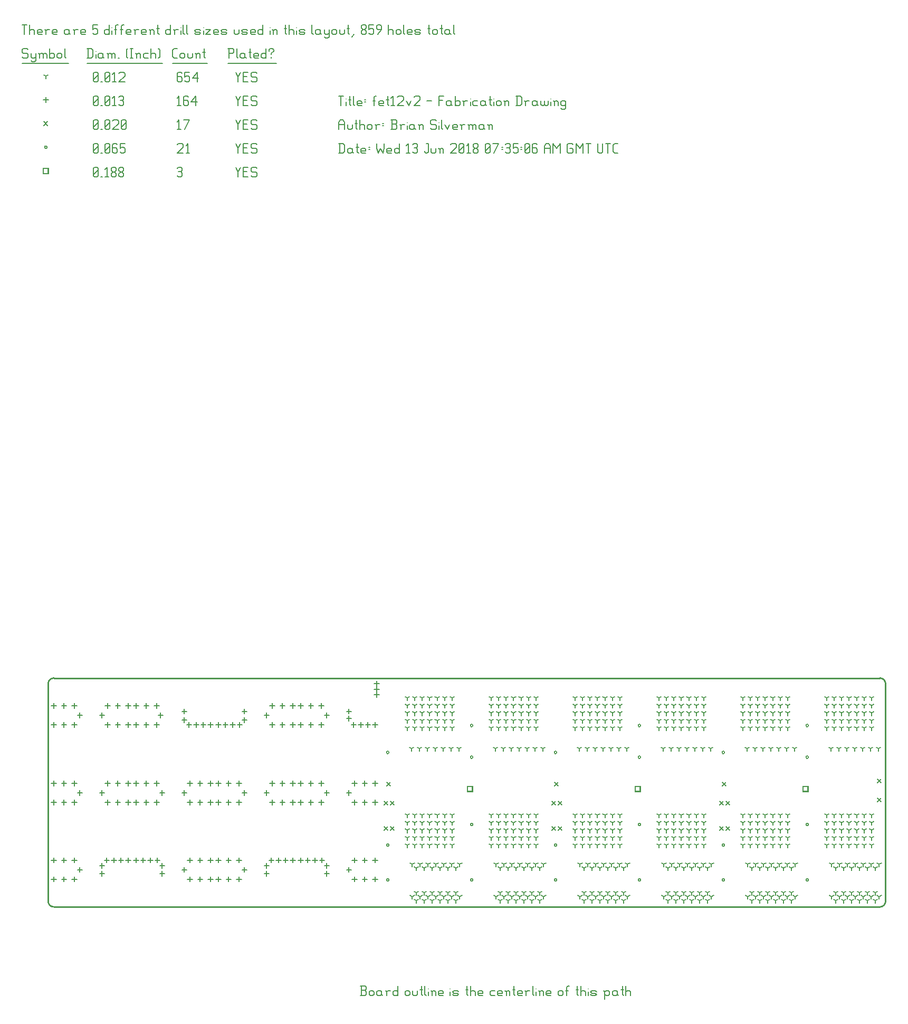
<source format=gbr>
G04 start of page 15 for group -3984 idx -3984 *
G04 Title: fet12v2, fab *
G04 Creator: pcb 20140316 *
G04 CreationDate: Wed 13 Jun 2018 07:35:06 AM GMT UTC *
G04 For: brian *
G04 Format: Gerber/RS-274X *
G04 PCB-Dimensions (mil): 6000.00 5000.00 *
G04 PCB-Coordinate-Origin: lower left *
%MOIN*%
%FSLAX25Y25*%
%LNFAB*%
%ADD162C,0.0100*%
%ADD161C,0.0075*%
%ADD160C,0.0060*%
%ADD159R,0.0080X0.0080*%
G54D159*X493400Y122600D02*X496600D01*
X493400D02*Y119400D01*
X496600D01*
Y122600D02*Y119400D01*
X281400Y122600D02*X284600D01*
X281400D02*Y119400D01*
X284600D01*
Y122600D02*Y119400D01*
X387400Y122600D02*X390600D01*
X387400D02*Y119400D01*
X390600D01*
Y122600D02*Y119400D01*
X13400Y512850D02*X16600D01*
X13400D02*Y509650D01*
X16600D01*
Y512850D02*Y509650D01*
G54D160*X135000Y513500D02*X136500Y510500D01*
X138000Y513500D01*
X136500Y510500D02*Y507500D01*
X139800Y510800D02*X142050D01*
X139800Y507500D02*X142800D01*
X139800Y513500D02*Y507500D01*
Y513500D02*X142800D01*
X147600D02*X148350Y512750D01*
X145350Y513500D02*X147600D01*
X144600Y512750D02*X145350Y513500D01*
X144600Y512750D02*Y511250D01*
X145350Y510500D01*
X147600D01*
X148350Y509750D01*
Y508250D01*
X147600Y507500D02*X148350Y508250D01*
X145350Y507500D02*X147600D01*
X144600Y508250D02*X145350Y507500D01*
X98000Y512750D02*X98750Y513500D01*
X100250D01*
X101000Y512750D01*
X100250Y507500D02*X101000Y508250D01*
X98750Y507500D02*X100250D01*
X98000Y508250D02*X98750Y507500D01*
Y510800D02*X100250D01*
X101000Y512750D02*Y511550D01*
Y510050D02*Y508250D01*
Y510050D02*X100250Y510800D01*
X101000Y511550D02*X100250Y510800D01*
X45000Y508250D02*X45750Y507500D01*
X45000Y512750D02*Y508250D01*
Y512750D02*X45750Y513500D01*
X47250D01*
X48000Y512750D01*
Y508250D01*
X47250Y507500D02*X48000Y508250D01*
X45750Y507500D02*X47250D01*
X45000Y509000D02*X48000Y512000D01*
X49800Y507500D02*X50550D01*
X52350Y512300D02*X53550Y513500D01*
Y507500D01*
X52350D02*X54600D01*
X56400Y508250D02*X57150Y507500D01*
X56400Y509450D02*Y508250D01*
Y509450D02*X57450Y510500D01*
X58350D01*
X59400Y509450D01*
Y508250D01*
X58650Y507500D02*X59400Y508250D01*
X57150Y507500D02*X58650D01*
X56400Y511550D02*X57450Y510500D01*
X56400Y512750D02*Y511550D01*
Y512750D02*X57150Y513500D01*
X58650D01*
X59400Y512750D01*
Y511550D01*
X58350Y510500D02*X59400Y511550D01*
X61200Y508250D02*X61950Y507500D01*
X61200Y509450D02*Y508250D01*
Y509450D02*X62250Y510500D01*
X63150D01*
X64200Y509450D01*
Y508250D01*
X63450Y507500D02*X64200Y508250D01*
X61950Y507500D02*X63450D01*
X61200Y511550D02*X62250Y510500D01*
X61200Y512750D02*Y511550D01*
Y512750D02*X61950Y513500D01*
X63450D01*
X64200Y512750D01*
Y511550D01*
X63150Y510500D02*X64200Y511550D01*
X495200Y161000D02*G75*G03X496800Y161000I800J0D01*G01*
G75*G03X495200Y161000I-800J0D01*G01*
Y141000D02*G75*G03X496800Y141000I800J0D01*G01*
G75*G03X495200Y141000I-800J0D01*G01*
X442200Y144000D02*G75*G03X443800Y144000I800J0D01*G01*
G75*G03X442200Y144000I-800J0D01*G01*
X495200Y98500D02*G75*G03X496800Y98500I800J0D01*G01*
G75*G03X495200Y98500I-800J0D01*G01*
X442200Y85500D02*G75*G03X443800Y85500I800J0D01*G01*
G75*G03X442200Y85500I-800J0D01*G01*
Y63500D02*G75*G03X443800Y63500I800J0D01*G01*
G75*G03X442200Y63500I-800J0D01*G01*
X495200D02*G75*G03X496800Y63500I800J0D01*G01*
G75*G03X495200Y63500I-800J0D01*G01*
X389200Y161000D02*G75*G03X390800Y161000I800J0D01*G01*
G75*G03X389200Y161000I-800J0D01*G01*
Y141000D02*G75*G03X390800Y141000I800J0D01*G01*
G75*G03X389200Y141000I-800J0D01*G01*
X336200Y144000D02*G75*G03X337800Y144000I800J0D01*G01*
G75*G03X336200Y144000I-800J0D01*G01*
X389200Y98500D02*G75*G03X390800Y98500I800J0D01*G01*
G75*G03X389200Y98500I-800J0D01*G01*
X336200Y85500D02*G75*G03X337800Y85500I800J0D01*G01*
G75*G03X336200Y85500I-800J0D01*G01*
Y63500D02*G75*G03X337800Y63500I800J0D01*G01*
G75*G03X336200Y63500I-800J0D01*G01*
X389200D02*G75*G03X390800Y63500I800J0D01*G01*
G75*G03X389200Y63500I-800J0D01*G01*
X283200Y161000D02*G75*G03X284800Y161000I800J0D01*G01*
G75*G03X283200Y161000I-800J0D01*G01*
Y141000D02*G75*G03X284800Y141000I800J0D01*G01*
G75*G03X283200Y141000I-800J0D01*G01*
X230200Y144000D02*G75*G03X231800Y144000I800J0D01*G01*
G75*G03X230200Y144000I-800J0D01*G01*
X283200Y98500D02*G75*G03X284800Y98500I800J0D01*G01*
G75*G03X283200Y98500I-800J0D01*G01*
X230200Y85500D02*G75*G03X231800Y85500I800J0D01*G01*
G75*G03X230200Y85500I-800J0D01*G01*
Y63500D02*G75*G03X231800Y63500I800J0D01*G01*
G75*G03X230200Y63500I-800J0D01*G01*
X283200D02*G75*G03X284800Y63500I800J0D01*G01*
G75*G03X283200Y63500I-800J0D01*G01*
X14200Y526250D02*G75*G03X15800Y526250I800J0D01*G01*
G75*G03X14200Y526250I-800J0D01*G01*
X135000Y528500D02*X136500Y525500D01*
X138000Y528500D01*
X136500Y525500D02*Y522500D01*
X139800Y525800D02*X142050D01*
X139800Y522500D02*X142800D01*
X139800Y528500D02*Y522500D01*
Y528500D02*X142800D01*
X147600D02*X148350Y527750D01*
X145350Y528500D02*X147600D01*
X144600Y527750D02*X145350Y528500D01*
X144600Y527750D02*Y526250D01*
X145350Y525500D01*
X147600D01*
X148350Y524750D01*
Y523250D01*
X147600Y522500D02*X148350Y523250D01*
X145350Y522500D02*X147600D01*
X144600Y523250D02*X145350Y522500D01*
X98000Y527750D02*X98750Y528500D01*
X101000D01*
X101750Y527750D01*
Y526250D01*
X98000Y522500D02*X101750Y526250D01*
X98000Y522500D02*X101750D01*
X103550Y527300D02*X104750Y528500D01*
Y522500D01*
X103550D02*X105800D01*
X45000Y523250D02*X45750Y522500D01*
X45000Y527750D02*Y523250D01*
Y527750D02*X45750Y528500D01*
X47250D01*
X48000Y527750D01*
Y523250D01*
X47250Y522500D02*X48000Y523250D01*
X45750Y522500D02*X47250D01*
X45000Y524000D02*X48000Y527000D01*
X49800Y522500D02*X50550D01*
X52350Y523250D02*X53100Y522500D01*
X52350Y527750D02*Y523250D01*
Y527750D02*X53100Y528500D01*
X54600D01*
X55350Y527750D01*
Y523250D01*
X54600Y522500D02*X55350Y523250D01*
X53100Y522500D02*X54600D01*
X52350Y524000D02*X55350Y527000D01*
X59400Y528500D02*X60150Y527750D01*
X57900Y528500D02*X59400D01*
X57150Y527750D02*X57900Y528500D01*
X57150Y527750D02*Y523250D01*
X57900Y522500D01*
X59400Y525800D02*X60150Y525050D01*
X57150Y525800D02*X59400D01*
X57900Y522500D02*X59400D01*
X60150Y523250D01*
Y525050D02*Y523250D01*
X61950Y528500D02*X64950D01*
X61950D02*Y525500D01*
X62700Y526250D01*
X64200D01*
X64950Y525500D01*
Y523250D01*
X64200Y522500D02*X64950Y523250D01*
X62700Y522500D02*X64200D01*
X61950Y523250D02*X62700Y522500D01*
X440800Y113200D02*X443200Y110800D01*
X440800D02*X443200Y113200D01*
X444800D02*X447200Y110800D01*
X444800D02*X447200Y113200D01*
X442300Y125200D02*X444700Y122800D01*
X442300D02*X444700Y125200D01*
X440800Y97200D02*X443200Y94800D01*
X440800D02*X443200Y97200D01*
X444800D02*X447200Y94800D01*
X444800D02*X447200Y97200D01*
X334800Y113200D02*X337200Y110800D01*
X334800D02*X337200Y113200D01*
X338800D02*X341200Y110800D01*
X338800D02*X341200Y113200D01*
X334800Y97200D02*X337200Y94800D01*
X334800D02*X337200Y97200D01*
X338800D02*X341200Y94800D01*
X338800D02*X341200Y97200D01*
X228800Y113200D02*X231200Y110800D01*
X228800D02*X231200Y113200D01*
X232800D02*X235200Y110800D01*
X232800D02*X235200Y113200D01*
X228800Y97200D02*X231200Y94800D01*
X228800D02*X231200Y97200D01*
X232800D02*X235200Y94800D01*
X232800D02*X235200Y97200D01*
X336300Y125200D02*X338700Y122800D01*
X336300D02*X338700Y125200D01*
X230300D02*X232700Y122800D01*
X230300D02*X232700Y125200D01*
X540300Y115200D02*X542700Y112800D01*
X540300D02*X542700Y115200D01*
X540300Y127200D02*X542700Y124800D01*
X540300D02*X542700Y127200D01*
X13800Y542450D02*X16200Y540050D01*
X13800D02*X16200Y542450D01*
X135000Y543500D02*X136500Y540500D01*
X138000Y543500D01*
X136500Y540500D02*Y537500D01*
X139800Y540800D02*X142050D01*
X139800Y537500D02*X142800D01*
X139800Y543500D02*Y537500D01*
Y543500D02*X142800D01*
X147600D02*X148350Y542750D01*
X145350Y543500D02*X147600D01*
X144600Y542750D02*X145350Y543500D01*
X144600Y542750D02*Y541250D01*
X145350Y540500D01*
X147600D01*
X148350Y539750D01*
Y538250D01*
X147600Y537500D02*X148350Y538250D01*
X145350Y537500D02*X147600D01*
X144600Y538250D02*X145350Y537500D01*
X98000Y542300D02*X99200Y543500D01*
Y537500D01*
X98000D02*X100250D01*
X102800D02*X105800Y543500D01*
X102050D02*X105800D01*
X45000Y538250D02*X45750Y537500D01*
X45000Y542750D02*Y538250D01*
Y542750D02*X45750Y543500D01*
X47250D01*
X48000Y542750D01*
Y538250D01*
X47250Y537500D02*X48000Y538250D01*
X45750Y537500D02*X47250D01*
X45000Y539000D02*X48000Y542000D01*
X49800Y537500D02*X50550D01*
X52350Y538250D02*X53100Y537500D01*
X52350Y542750D02*Y538250D01*
Y542750D02*X53100Y543500D01*
X54600D01*
X55350Y542750D01*
Y538250D01*
X54600Y537500D02*X55350Y538250D01*
X53100Y537500D02*X54600D01*
X52350Y539000D02*X55350Y542000D01*
X57150Y542750D02*X57900Y543500D01*
X60150D01*
X60900Y542750D01*
Y541250D01*
X57150Y537500D02*X60900Y541250D01*
X57150Y537500D02*X60900D01*
X62700Y538250D02*X63450Y537500D01*
X62700Y542750D02*Y538250D01*
Y542750D02*X63450Y543500D01*
X64950D01*
X65700Y542750D01*
Y538250D01*
X64950Y537500D02*X65700Y538250D01*
X63450Y537500D02*X64950D01*
X62700Y539000D02*X65700Y542000D01*
X224000Y189100D02*Y185900D01*
X222400Y187500D02*X225600D01*
X224000Y185600D02*Y182400D01*
X222400Y184000D02*X225600D01*
X224000Y182100D02*Y178900D01*
X222400Y180500D02*X225600D01*
X154500Y169100D02*Y165900D01*
X152900Y167500D02*X156100D01*
X87500Y169100D02*Y165900D01*
X85900Y167500D02*X89100D01*
X50500Y169100D02*Y165900D01*
X48900Y167500D02*X52100D01*
X88500Y120100D02*Y116900D01*
X86900Y118500D02*X90100D01*
X50500Y120100D02*Y116900D01*
X48900Y118500D02*X52100D01*
X26500Y163100D02*Y159900D01*
X24900Y161500D02*X28100D01*
X33000Y163100D02*Y159900D01*
X31400Y161500D02*X34600D01*
X20000Y163100D02*Y159900D01*
X18400Y161500D02*X21600D01*
X223000Y163100D02*Y159900D01*
X221400Y161500D02*X224600D01*
X209500Y163100D02*Y159900D01*
X207900Y161500D02*X211100D01*
X214000Y163100D02*Y159900D01*
X212400Y161500D02*X215600D01*
X218500Y163100D02*Y159900D01*
X216900Y161500D02*X220100D01*
X119000Y163100D02*Y159900D01*
X117400Y161500D02*X120600D01*
X105500Y163100D02*Y159900D01*
X103900Y161500D02*X107100D01*
X110000Y163100D02*Y159900D01*
X108400Y161500D02*X111600D01*
X114500Y163100D02*Y159900D01*
X112900Y161500D02*X116100D01*
X124000Y163100D02*Y159900D01*
X122400Y161500D02*X125600D01*
X137500Y163100D02*Y159900D01*
X135900Y161500D02*X139100D01*
X133000Y163100D02*Y159900D01*
X131400Y161500D02*X134600D01*
X128500Y163100D02*Y159900D01*
X126900Y161500D02*X130100D01*
X20000Y175100D02*Y171900D01*
X18400Y173500D02*X21600D01*
X33000Y175100D02*Y171900D01*
X31400Y173500D02*X34600D01*
X26500Y175100D02*Y171900D01*
X24900Y173500D02*X28100D01*
X20000Y126100D02*Y122900D01*
X18400Y124500D02*X21600D01*
X33000Y126100D02*Y122900D01*
X31400Y124500D02*X34600D01*
X26500Y126100D02*Y122900D01*
X24900Y124500D02*X28100D01*
X216500Y126100D02*Y122900D01*
X214900Y124500D02*X218100D01*
X210000Y126100D02*Y122900D01*
X208400Y124500D02*X211600D01*
X223000Y126100D02*Y122900D01*
X221400Y124500D02*X224600D01*
X112500Y126100D02*Y122900D01*
X110900Y124500D02*X114100D01*
X106000Y126100D02*Y122900D01*
X104400Y124500D02*X107600D01*
X119000Y126100D02*Y122900D01*
X117400Y124500D02*X120600D01*
X124000Y126100D02*Y122900D01*
X122400Y124500D02*X125600D01*
X137000Y126100D02*Y122900D01*
X135400Y124500D02*X138600D01*
X130500Y126100D02*Y122900D01*
X128900Y124500D02*X132100D01*
X176000Y126100D02*Y122900D01*
X174400Y124500D02*X177600D01*
X189000Y126100D02*Y122900D01*
X187400Y124500D02*X190600D01*
X182500Y126100D02*Y122900D01*
X180900Y124500D02*X184100D01*
X164500Y126100D02*Y122900D01*
X162900Y124500D02*X166100D01*
X158000Y126100D02*Y122900D01*
X156400Y124500D02*X159600D01*
X171000Y126100D02*Y122900D01*
X169400Y124500D02*X172600D01*
X26500Y114100D02*Y110900D01*
X24900Y112500D02*X28100D01*
X33000Y114100D02*Y110900D01*
X31400Y112500D02*X34600D01*
X20000Y114100D02*Y110900D01*
X18400Y112500D02*X21600D01*
X223000Y114100D02*Y110900D01*
X221400Y112500D02*X224600D01*
X210000Y114100D02*Y110900D01*
X208400Y112500D02*X211600D01*
X216500Y114100D02*Y110900D01*
X214900Y112500D02*X218100D01*
X119000Y114100D02*Y110900D01*
X117400Y112500D02*X120600D01*
X106000Y114100D02*Y110900D01*
X104400Y112500D02*X107600D01*
X112500Y114100D02*Y110900D01*
X110900Y112500D02*X114100D01*
X130500Y114100D02*Y110900D01*
X128900Y112500D02*X132100D01*
X137000Y114100D02*Y110900D01*
X135400Y112500D02*X138600D01*
X124000Y114100D02*Y110900D01*
X122400Y112500D02*X125600D01*
X182500Y114100D02*Y110900D01*
X180900Y112500D02*X184100D01*
X189000Y114100D02*Y110900D01*
X187400Y112500D02*X190600D01*
X176000Y114100D02*Y110900D01*
X174400Y112500D02*X177600D01*
X171000Y114100D02*Y110900D01*
X169400Y112500D02*X172600D01*
X158000Y114100D02*Y110900D01*
X156400Y112500D02*X159600D01*
X164500Y114100D02*Y110900D01*
X162900Y112500D02*X166100D01*
X20000Y77600D02*Y74400D01*
X18400Y76000D02*X21600D01*
X33000Y77600D02*Y74400D01*
X31400Y76000D02*X34600D01*
X26500Y77600D02*Y74400D01*
X24900Y76000D02*X28100D01*
X124000Y77600D02*Y74400D01*
X122400Y76000D02*X125600D01*
X137000Y77600D02*Y74400D01*
X135400Y76000D02*X138600D01*
X130500Y77600D02*Y74400D01*
X128900Y76000D02*X132100D01*
X112500Y77600D02*Y74400D01*
X110900Y76000D02*X114100D01*
X106000Y77600D02*Y74400D01*
X104400Y76000D02*X107600D01*
X119000Y77600D02*Y74400D01*
X117400Y76000D02*X120600D01*
X216500Y77600D02*Y74400D01*
X214900Y76000D02*X218100D01*
X210000Y77600D02*Y74400D01*
X208400Y76000D02*X211600D01*
X223000Y77600D02*Y74400D01*
X221400Y76000D02*X224600D01*
X72000Y77600D02*Y74400D01*
X70400Y76000D02*X73600D01*
X85500Y77600D02*Y74400D01*
X83900Y76000D02*X87100D01*
X81000Y77600D02*Y74400D01*
X79400Y76000D02*X82600D01*
X76500Y77600D02*Y74400D01*
X74900Y76000D02*X78100D01*
X67000Y77600D02*Y74400D01*
X65400Y76000D02*X68600D01*
X53500Y77600D02*Y74400D01*
X51900Y76000D02*X55100D01*
X58000Y77600D02*Y74400D01*
X56400Y76000D02*X59600D01*
X62500Y77600D02*Y74400D01*
X60900Y76000D02*X64100D01*
X176000Y77600D02*Y74400D01*
X174400Y76000D02*X177600D01*
X189500Y77600D02*Y74400D01*
X187900Y76000D02*X191100D01*
X185000Y77600D02*Y74400D01*
X183400Y76000D02*X186600D01*
X180500Y77600D02*Y74400D01*
X178900Y76000D02*X182100D01*
X171000Y77600D02*Y74400D01*
X169400Y76000D02*X172600D01*
X157500Y77600D02*Y74400D01*
X155900Y76000D02*X159100D01*
X162000Y77600D02*Y74400D01*
X160400Y76000D02*X163600D01*
X166500Y77600D02*Y74400D01*
X164900Y76000D02*X168100D01*
X26500Y65600D02*Y62400D01*
X24900Y64000D02*X28100D01*
X33000Y65600D02*Y62400D01*
X31400Y64000D02*X34600D01*
X20000Y65600D02*Y62400D01*
X18400Y64000D02*X21600D01*
X130500Y65600D02*Y62400D01*
X128900Y64000D02*X132100D01*
X137000Y65600D02*Y62400D01*
X135400Y64000D02*X138600D01*
X124000Y65600D02*Y62400D01*
X122400Y64000D02*X125600D01*
X119000Y65600D02*Y62400D01*
X117400Y64000D02*X120600D01*
X106000Y65600D02*Y62400D01*
X104400Y64000D02*X107600D01*
X112500Y65600D02*Y62400D01*
X110900Y64000D02*X114100D01*
X223000Y65600D02*Y62400D01*
X221400Y64000D02*X224600D01*
X210000Y65600D02*Y62400D01*
X208400Y64000D02*X211600D01*
X216500Y65600D02*Y62400D01*
X214900Y64000D02*X218100D01*
X206500Y71600D02*Y68400D01*
X204900Y70000D02*X208100D01*
X206500Y120100D02*Y116900D01*
X204900Y118500D02*X208100D01*
X206500Y171600D02*Y168400D01*
X204900Y170000D02*X208100D01*
X206500Y167100D02*Y163900D01*
X204900Y165500D02*X208100D01*
X192500Y69100D02*Y65900D01*
X190900Y67500D02*X194100D01*
X192500Y74100D02*Y70900D01*
X190900Y72500D02*X194100D01*
X192500Y120100D02*Y116900D01*
X190900Y118500D02*X194100D01*
X192500Y169100D02*Y165900D01*
X190900Y167500D02*X194100D01*
X154500Y69100D02*Y65900D01*
X152900Y67500D02*X156100D01*
X154500Y74100D02*Y70900D01*
X152900Y72500D02*X156100D01*
X154500Y120100D02*Y116900D01*
X152900Y118500D02*X156100D01*
X140500Y71600D02*Y68400D01*
X138900Y70000D02*X142100D01*
X140500Y120100D02*Y116900D01*
X138900Y118500D02*X142100D01*
X140500Y171600D02*Y168400D01*
X138900Y170000D02*X142100D01*
X140500Y166100D02*Y162900D01*
X138900Y164500D02*X142100D01*
X102500Y71600D02*Y68400D01*
X100900Y70000D02*X104100D01*
X102500Y171600D02*Y168400D01*
X100900Y170000D02*X104100D01*
X102500Y120100D02*Y116900D01*
X100900Y118500D02*X104100D01*
X102500Y166100D02*Y162900D01*
X100900Y164500D02*X104100D01*
X50500Y69100D02*Y65900D01*
X48900Y67500D02*X52100D01*
X50500Y74100D02*Y70900D01*
X48900Y72500D02*X52100D01*
X36500Y169100D02*Y165900D01*
X34900Y167500D02*X38100D01*
X36500Y120100D02*Y116900D01*
X34900Y118500D02*X38100D01*
X36500Y71600D02*Y68400D01*
X34900Y70000D02*X38100D01*
X88500Y69100D02*Y65900D01*
X86900Y67500D02*X90100D01*
X88500Y74100D02*Y70900D01*
X86900Y72500D02*X90100D01*
X72000Y126100D02*Y122900D01*
X70400Y124500D02*X73600D01*
X85000Y126100D02*Y122900D01*
X83400Y124500D02*X86600D01*
X78500Y126100D02*Y122900D01*
X76900Y124500D02*X80100D01*
X60500Y126100D02*Y122900D01*
X58900Y124500D02*X62100D01*
X54000Y126100D02*Y122900D01*
X52400Y124500D02*X55600D01*
X67000Y126100D02*Y122900D01*
X65400Y124500D02*X68600D01*
X78500Y114100D02*Y110900D01*
X76900Y112500D02*X80100D01*
X85000Y114100D02*Y110900D01*
X83400Y112500D02*X86600D01*
X72000Y114100D02*Y110900D01*
X70400Y112500D02*X73600D01*
X67000Y114100D02*Y110900D01*
X65400Y112500D02*X68600D01*
X54000Y114100D02*Y110900D01*
X52400Y112500D02*X55600D01*
X60500Y114100D02*Y110900D01*
X58900Y112500D02*X62100D01*
X78500Y163100D02*Y159900D01*
X76900Y161500D02*X80100D01*
X85000Y163100D02*Y159900D01*
X83400Y161500D02*X86600D01*
X72000Y163100D02*Y159900D01*
X70400Y161500D02*X73600D01*
X67000Y163100D02*Y159900D01*
X65400Y161500D02*X68600D01*
X54000Y163100D02*Y159900D01*
X52400Y161500D02*X55600D01*
X60500Y163100D02*Y159900D01*
X58900Y161500D02*X62100D01*
X72000Y175100D02*Y171900D01*
X70400Y173500D02*X73600D01*
X85000Y175100D02*Y171900D01*
X83400Y173500D02*X86600D01*
X78500Y175100D02*Y171900D01*
X76900Y173500D02*X80100D01*
X60500Y175100D02*Y171900D01*
X58900Y173500D02*X62100D01*
X54000Y175100D02*Y171900D01*
X52400Y173500D02*X55600D01*
X67000Y175100D02*Y171900D01*
X65400Y173500D02*X68600D01*
X182500Y163100D02*Y159900D01*
X180900Y161500D02*X184100D01*
X189000Y163100D02*Y159900D01*
X187400Y161500D02*X190600D01*
X176000Y163100D02*Y159900D01*
X174400Y161500D02*X177600D01*
X171000Y163100D02*Y159900D01*
X169400Y161500D02*X172600D01*
X158000Y163100D02*Y159900D01*
X156400Y161500D02*X159600D01*
X164500Y163100D02*Y159900D01*
X162900Y161500D02*X166100D01*
X176000Y175100D02*Y171900D01*
X174400Y173500D02*X177600D01*
X189000Y175100D02*Y171900D01*
X187400Y173500D02*X190600D01*
X182500Y175100D02*Y171900D01*
X180900Y173500D02*X184100D01*
X164500Y175100D02*Y171900D01*
X162900Y173500D02*X166100D01*
X158000Y175100D02*Y171900D01*
X156400Y173500D02*X159600D01*
X171000Y175100D02*Y171900D01*
X169400Y173500D02*X172600D01*
X15000Y557850D02*Y554650D01*
X13400Y556250D02*X16600D01*
X135000Y558500D02*X136500Y555500D01*
X138000Y558500D01*
X136500Y555500D02*Y552500D01*
X139800Y555800D02*X142050D01*
X139800Y552500D02*X142800D01*
X139800Y558500D02*Y552500D01*
Y558500D02*X142800D01*
X147600D02*X148350Y557750D01*
X145350Y558500D02*X147600D01*
X144600Y557750D02*X145350Y558500D01*
X144600Y557750D02*Y556250D01*
X145350Y555500D01*
X147600D01*
X148350Y554750D01*
Y553250D01*
X147600Y552500D02*X148350Y553250D01*
X145350Y552500D02*X147600D01*
X144600Y553250D02*X145350Y552500D01*
X98000Y557300D02*X99200Y558500D01*
Y552500D01*
X98000D02*X100250D01*
X104300Y558500D02*X105050Y557750D01*
X102800Y558500D02*X104300D01*
X102050Y557750D02*X102800Y558500D01*
X102050Y557750D02*Y553250D01*
X102800Y552500D01*
X104300Y555800D02*X105050Y555050D01*
X102050Y555800D02*X104300D01*
X102800Y552500D02*X104300D01*
X105050Y553250D01*
Y555050D02*Y553250D01*
X106850Y554750D02*X109850Y558500D01*
X106850Y554750D02*X110600D01*
X109850Y558500D02*Y552500D01*
X45000Y553250D02*X45750Y552500D01*
X45000Y557750D02*Y553250D01*
Y557750D02*X45750Y558500D01*
X47250D01*
X48000Y557750D01*
Y553250D01*
X47250Y552500D02*X48000Y553250D01*
X45750Y552500D02*X47250D01*
X45000Y554000D02*X48000Y557000D01*
X49800Y552500D02*X50550D01*
X52350Y553250D02*X53100Y552500D01*
X52350Y557750D02*Y553250D01*
Y557750D02*X53100Y558500D01*
X54600D01*
X55350Y557750D01*
Y553250D01*
X54600Y552500D02*X55350Y553250D01*
X53100Y552500D02*X54600D01*
X52350Y554000D02*X55350Y557000D01*
X57150Y557300D02*X58350Y558500D01*
Y552500D01*
X57150D02*X59400D01*
X61200Y557750D02*X61950Y558500D01*
X63450D01*
X64200Y557750D01*
X63450Y552500D02*X64200Y553250D01*
X61950Y552500D02*X63450D01*
X61200Y553250D02*X61950Y552500D01*
Y555800D02*X63450D01*
X64200Y557750D02*Y556550D01*
Y555050D02*Y553250D01*
Y555050D02*X63450Y555800D01*
X64200Y556550D02*X63450Y555800D01*
X455327Y178405D02*Y176805D01*
Y178405D02*X456714Y179205D01*
X455327Y178405D02*X453940Y179205D01*
X460051Y178405D02*Y176805D01*
Y178405D02*X461438Y179205D01*
X460051Y178405D02*X458664Y179205D01*
X464776Y178405D02*Y176805D01*
Y178405D02*X466163Y179205D01*
X464776Y178405D02*X463389Y179205D01*
X469500Y178405D02*Y176805D01*
Y178405D02*X470887Y179205D01*
X469500Y178405D02*X468113Y179205D01*
X474224Y178405D02*Y176805D01*
Y178405D02*X475611Y179205D01*
X474224Y178405D02*X472837Y179205D01*
X478949Y178405D02*Y176805D01*
Y178405D02*X480336Y179205D01*
X478949Y178405D02*X477562Y179205D01*
X483673Y178405D02*Y176805D01*
Y178405D02*X485060Y179205D01*
X483673Y178405D02*X482286Y179205D01*
X455327Y173681D02*Y172081D01*
Y173681D02*X456714Y174481D01*
X455327Y173681D02*X453940Y174481D01*
X460051Y173681D02*Y172081D01*
Y173681D02*X461438Y174481D01*
X460051Y173681D02*X458664Y174481D01*
X464776Y173681D02*Y172081D01*
Y173681D02*X466163Y174481D01*
X464776Y173681D02*X463389Y174481D01*
X469500Y173681D02*Y172081D01*
Y173681D02*X470887Y174481D01*
X469500Y173681D02*X468113Y174481D01*
X474224Y173681D02*Y172081D01*
Y173681D02*X475611Y174481D01*
X474224Y173681D02*X472837Y174481D01*
X478949Y173681D02*Y172081D01*
Y173681D02*X480336Y174481D01*
X478949Y173681D02*X477562Y174481D01*
X483673Y173681D02*Y172081D01*
Y173681D02*X485060Y174481D01*
X483673Y173681D02*X482286Y174481D01*
X455327Y168956D02*Y167356D01*
Y168956D02*X456714Y169756D01*
X455327Y168956D02*X453940Y169756D01*
X460051Y168956D02*Y167356D01*
Y168956D02*X461438Y169756D01*
X460051Y168956D02*X458664Y169756D01*
X464776Y168956D02*Y167356D01*
Y168956D02*X466163Y169756D01*
X464776Y168956D02*X463389Y169756D01*
X469500Y168956D02*Y167356D01*
Y168956D02*X470887Y169756D01*
X469500Y168956D02*X468113Y169756D01*
X474224Y168956D02*Y167356D01*
Y168956D02*X475611Y169756D01*
X474224Y168956D02*X472837Y169756D01*
X478949Y168956D02*Y167356D01*
Y168956D02*X480336Y169756D01*
X478949Y168956D02*X477562Y169756D01*
X483673Y168956D02*Y167356D01*
Y168956D02*X485060Y169756D01*
X483673Y168956D02*X482286Y169756D01*
X455327Y164232D02*Y162632D01*
Y164232D02*X456714Y165032D01*
X455327Y164232D02*X453940Y165032D01*
X460051Y164232D02*Y162632D01*
Y164232D02*X461438Y165032D01*
X460051Y164232D02*X458664Y165032D01*
X464776Y164232D02*Y162632D01*
Y164232D02*X466163Y165032D01*
X464776Y164232D02*X463389Y165032D01*
X469500Y164232D02*Y162632D01*
Y164232D02*X470887Y165032D01*
X469500Y164232D02*X468113Y165032D01*
X474224Y164232D02*Y162632D01*
Y164232D02*X475611Y165032D01*
X474224Y164232D02*X472837Y165032D01*
X478949Y164232D02*Y162632D01*
Y164232D02*X480336Y165032D01*
X478949Y164232D02*X477562Y165032D01*
X483673Y164232D02*Y162632D01*
Y164232D02*X485060Y165032D01*
X483673Y164232D02*X482286Y165032D01*
X455327Y159508D02*Y157908D01*
Y159508D02*X456714Y160308D01*
X455327Y159508D02*X453940Y160308D01*
X460051Y159508D02*Y157908D01*
Y159508D02*X461438Y160308D01*
X460051Y159508D02*X458664Y160308D01*
X464776Y159508D02*Y157908D01*
Y159508D02*X466163Y160308D01*
X464776Y159508D02*X463389Y160308D01*
X469500Y159508D02*Y157908D01*
Y159508D02*X470887Y160308D01*
X469500Y159508D02*X468113Y160308D01*
X474224Y159508D02*Y157908D01*
Y159508D02*X475611Y160308D01*
X474224Y159508D02*X472837Y160308D01*
X478949Y159508D02*Y157908D01*
Y159508D02*X480336Y160308D01*
X478949Y159508D02*X477562Y160308D01*
X483673Y159508D02*Y157908D01*
Y159508D02*X485060Y160308D01*
X483673Y159508D02*X482286Y160308D01*
X508327Y178405D02*Y176805D01*
Y178405D02*X509714Y179205D01*
X508327Y178405D02*X506940Y179205D01*
X513051Y178405D02*Y176805D01*
Y178405D02*X514438Y179205D01*
X513051Y178405D02*X511664Y179205D01*
X517776Y178405D02*Y176805D01*
Y178405D02*X519163Y179205D01*
X517776Y178405D02*X516389Y179205D01*
X522500Y178405D02*Y176805D01*
Y178405D02*X523887Y179205D01*
X522500Y178405D02*X521113Y179205D01*
X527224Y178405D02*Y176805D01*
Y178405D02*X528611Y179205D01*
X527224Y178405D02*X525837Y179205D01*
X531949Y178405D02*Y176805D01*
Y178405D02*X533336Y179205D01*
X531949Y178405D02*X530562Y179205D01*
X536673Y178405D02*Y176805D01*
Y178405D02*X538060Y179205D01*
X536673Y178405D02*X535286Y179205D01*
X508327Y173681D02*Y172081D01*
Y173681D02*X509714Y174481D01*
X508327Y173681D02*X506940Y174481D01*
X513051Y173681D02*Y172081D01*
Y173681D02*X514438Y174481D01*
X513051Y173681D02*X511664Y174481D01*
X517776Y173681D02*Y172081D01*
Y173681D02*X519163Y174481D01*
X517776Y173681D02*X516389Y174481D01*
X522500Y173681D02*Y172081D01*
Y173681D02*X523887Y174481D01*
X522500Y173681D02*X521113Y174481D01*
X527224Y173681D02*Y172081D01*
Y173681D02*X528611Y174481D01*
X527224Y173681D02*X525837Y174481D01*
X531949Y173681D02*Y172081D01*
Y173681D02*X533336Y174481D01*
X531949Y173681D02*X530562Y174481D01*
X536673Y173681D02*Y172081D01*
Y173681D02*X538060Y174481D01*
X536673Y173681D02*X535286Y174481D01*
X508327Y168956D02*Y167356D01*
Y168956D02*X509714Y169756D01*
X508327Y168956D02*X506940Y169756D01*
X513051Y168956D02*Y167356D01*
Y168956D02*X514438Y169756D01*
X513051Y168956D02*X511664Y169756D01*
X517776Y168956D02*Y167356D01*
Y168956D02*X519163Y169756D01*
X517776Y168956D02*X516389Y169756D01*
X522500Y168956D02*Y167356D01*
Y168956D02*X523887Y169756D01*
X522500Y168956D02*X521113Y169756D01*
X527224Y168956D02*Y167356D01*
Y168956D02*X528611Y169756D01*
X527224Y168956D02*X525837Y169756D01*
X531949Y168956D02*Y167356D01*
Y168956D02*X533336Y169756D01*
X531949Y168956D02*X530562Y169756D01*
X536673Y168956D02*Y167356D01*
Y168956D02*X538060Y169756D01*
X536673Y168956D02*X535286Y169756D01*
X508327Y164232D02*Y162632D01*
Y164232D02*X509714Y165032D01*
X508327Y164232D02*X506940Y165032D01*
X513051Y164232D02*Y162632D01*
Y164232D02*X514438Y165032D01*
X513051Y164232D02*X511664Y165032D01*
X517776Y164232D02*Y162632D01*
Y164232D02*X519163Y165032D01*
X517776Y164232D02*X516389Y165032D01*
X522500Y164232D02*Y162632D01*
Y164232D02*X523887Y165032D01*
X522500Y164232D02*X521113Y165032D01*
X527224Y164232D02*Y162632D01*
Y164232D02*X528611Y165032D01*
X527224Y164232D02*X525837Y165032D01*
X531949Y164232D02*Y162632D01*
Y164232D02*X533336Y165032D01*
X531949Y164232D02*X530562Y165032D01*
X536673Y164232D02*Y162632D01*
Y164232D02*X538060Y165032D01*
X536673Y164232D02*X535286Y165032D01*
X508327Y159508D02*Y157908D01*
Y159508D02*X509714Y160308D01*
X508327Y159508D02*X506940Y160308D01*
X513051Y159508D02*Y157908D01*
Y159508D02*X514438Y160308D01*
X513051Y159508D02*X511664Y160308D01*
X517776Y159508D02*Y157908D01*
Y159508D02*X519163Y160308D01*
X517776Y159508D02*X516389Y160308D01*
X522500Y159508D02*Y157908D01*
Y159508D02*X523887Y160308D01*
X522500Y159508D02*X521113Y160308D01*
X527224Y159508D02*Y157908D01*
Y159508D02*X528611Y160308D01*
X527224Y159508D02*X525837Y160308D01*
X531949Y159508D02*Y157908D01*
Y159508D02*X533336Y160308D01*
X531949Y159508D02*X530562Y160308D01*
X536673Y159508D02*Y157908D01*
Y159508D02*X538060Y160308D01*
X536673Y159508D02*X535286Y160308D01*
X508327Y104405D02*Y102805D01*
Y104405D02*X509714Y105205D01*
X508327Y104405D02*X506940Y105205D01*
X513051Y104405D02*Y102805D01*
Y104405D02*X514438Y105205D01*
X513051Y104405D02*X511664Y105205D01*
X517776Y104405D02*Y102805D01*
Y104405D02*X519163Y105205D01*
X517776Y104405D02*X516389Y105205D01*
X522500Y104405D02*Y102805D01*
Y104405D02*X523887Y105205D01*
X522500Y104405D02*X521113Y105205D01*
X527224Y104405D02*Y102805D01*
Y104405D02*X528611Y105205D01*
X527224Y104405D02*X525837Y105205D01*
X531949Y104405D02*Y102805D01*
Y104405D02*X533336Y105205D01*
X531949Y104405D02*X530562Y105205D01*
X536673Y104405D02*Y102805D01*
Y104405D02*X538060Y105205D01*
X536673Y104405D02*X535286Y105205D01*
X508327Y99681D02*Y98081D01*
Y99681D02*X509714Y100481D01*
X508327Y99681D02*X506940Y100481D01*
X513051Y99681D02*Y98081D01*
Y99681D02*X514438Y100481D01*
X513051Y99681D02*X511664Y100481D01*
X517776Y99681D02*Y98081D01*
Y99681D02*X519163Y100481D01*
X517776Y99681D02*X516389Y100481D01*
X522500Y99681D02*Y98081D01*
Y99681D02*X523887Y100481D01*
X522500Y99681D02*X521113Y100481D01*
X527224Y99681D02*Y98081D01*
Y99681D02*X528611Y100481D01*
X527224Y99681D02*X525837Y100481D01*
X531949Y99681D02*Y98081D01*
Y99681D02*X533336Y100481D01*
X531949Y99681D02*X530562Y100481D01*
X536673Y99681D02*Y98081D01*
Y99681D02*X538060Y100481D01*
X536673Y99681D02*X535286Y100481D01*
X508327Y94956D02*Y93356D01*
Y94956D02*X509714Y95756D01*
X508327Y94956D02*X506940Y95756D01*
X513051Y94956D02*Y93356D01*
Y94956D02*X514438Y95756D01*
X513051Y94956D02*X511664Y95756D01*
X517776Y94956D02*Y93356D01*
Y94956D02*X519163Y95756D01*
X517776Y94956D02*X516389Y95756D01*
X522500Y94956D02*Y93356D01*
Y94956D02*X523887Y95756D01*
X522500Y94956D02*X521113Y95756D01*
X527224Y94956D02*Y93356D01*
Y94956D02*X528611Y95756D01*
X527224Y94956D02*X525837Y95756D01*
X531949Y94956D02*Y93356D01*
Y94956D02*X533336Y95756D01*
X531949Y94956D02*X530562Y95756D01*
X536673Y94956D02*Y93356D01*
Y94956D02*X538060Y95756D01*
X536673Y94956D02*X535286Y95756D01*
X508327Y90232D02*Y88632D01*
Y90232D02*X509714Y91032D01*
X508327Y90232D02*X506940Y91032D01*
X513051Y90232D02*Y88632D01*
Y90232D02*X514438Y91032D01*
X513051Y90232D02*X511664Y91032D01*
X517776Y90232D02*Y88632D01*
Y90232D02*X519163Y91032D01*
X517776Y90232D02*X516389Y91032D01*
X522500Y90232D02*Y88632D01*
Y90232D02*X523887Y91032D01*
X522500Y90232D02*X521113Y91032D01*
X527224Y90232D02*Y88632D01*
Y90232D02*X528611Y91032D01*
X527224Y90232D02*X525837Y91032D01*
X531949Y90232D02*Y88632D01*
Y90232D02*X533336Y91032D01*
X531949Y90232D02*X530562Y91032D01*
X536673Y90232D02*Y88632D01*
Y90232D02*X538060Y91032D01*
X536673Y90232D02*X535286Y91032D01*
X508327Y85508D02*Y83908D01*
Y85508D02*X509714Y86308D01*
X508327Y85508D02*X506940Y86308D01*
X513051Y85508D02*Y83908D01*
Y85508D02*X514438Y86308D01*
X513051Y85508D02*X511664Y86308D01*
X517776Y85508D02*Y83908D01*
Y85508D02*X519163Y86308D01*
X517776Y85508D02*X516389Y86308D01*
X522500Y85508D02*Y83908D01*
Y85508D02*X523887Y86308D01*
X522500Y85508D02*X521113Y86308D01*
X527224Y85508D02*Y83908D01*
Y85508D02*X528611Y86308D01*
X527224Y85508D02*X525837Y86308D01*
X531949Y85508D02*Y83908D01*
Y85508D02*X533336Y86308D01*
X531949Y85508D02*X530562Y86308D01*
X536673Y85508D02*Y83908D01*
Y85508D02*X538060Y86308D01*
X536673Y85508D02*X535286Y86308D01*
X455327Y104405D02*Y102805D01*
Y104405D02*X456714Y105205D01*
X455327Y104405D02*X453940Y105205D01*
X460051Y104405D02*Y102805D01*
Y104405D02*X461438Y105205D01*
X460051Y104405D02*X458664Y105205D01*
X464776Y104405D02*Y102805D01*
Y104405D02*X466163Y105205D01*
X464776Y104405D02*X463389Y105205D01*
X469500Y104405D02*Y102805D01*
Y104405D02*X470887Y105205D01*
X469500Y104405D02*X468113Y105205D01*
X474224Y104405D02*Y102805D01*
Y104405D02*X475611Y105205D01*
X474224Y104405D02*X472837Y105205D01*
X478949Y104405D02*Y102805D01*
Y104405D02*X480336Y105205D01*
X478949Y104405D02*X477562Y105205D01*
X483673Y104405D02*Y102805D01*
Y104405D02*X485060Y105205D01*
X483673Y104405D02*X482286Y105205D01*
X455327Y99681D02*Y98081D01*
Y99681D02*X456714Y100481D01*
X455327Y99681D02*X453940Y100481D01*
X460051Y99681D02*Y98081D01*
Y99681D02*X461438Y100481D01*
X460051Y99681D02*X458664Y100481D01*
X464776Y99681D02*Y98081D01*
Y99681D02*X466163Y100481D01*
X464776Y99681D02*X463389Y100481D01*
X469500Y99681D02*Y98081D01*
Y99681D02*X470887Y100481D01*
X469500Y99681D02*X468113Y100481D01*
X474224Y99681D02*Y98081D01*
Y99681D02*X475611Y100481D01*
X474224Y99681D02*X472837Y100481D01*
X478949Y99681D02*Y98081D01*
Y99681D02*X480336Y100481D01*
X478949Y99681D02*X477562Y100481D01*
X483673Y99681D02*Y98081D01*
Y99681D02*X485060Y100481D01*
X483673Y99681D02*X482286Y100481D01*
X455327Y94956D02*Y93356D01*
Y94956D02*X456714Y95756D01*
X455327Y94956D02*X453940Y95756D01*
X460051Y94956D02*Y93356D01*
Y94956D02*X461438Y95756D01*
X460051Y94956D02*X458664Y95756D01*
X464776Y94956D02*Y93356D01*
Y94956D02*X466163Y95756D01*
X464776Y94956D02*X463389Y95756D01*
X469500Y94956D02*Y93356D01*
Y94956D02*X470887Y95756D01*
X469500Y94956D02*X468113Y95756D01*
X474224Y94956D02*Y93356D01*
Y94956D02*X475611Y95756D01*
X474224Y94956D02*X472837Y95756D01*
X478949Y94956D02*Y93356D01*
Y94956D02*X480336Y95756D01*
X478949Y94956D02*X477562Y95756D01*
X483673Y94956D02*Y93356D01*
Y94956D02*X485060Y95756D01*
X483673Y94956D02*X482286Y95756D01*
X455327Y90232D02*Y88632D01*
Y90232D02*X456714Y91032D01*
X455327Y90232D02*X453940Y91032D01*
X460051Y90232D02*Y88632D01*
Y90232D02*X461438Y91032D01*
X460051Y90232D02*X458664Y91032D01*
X464776Y90232D02*Y88632D01*
Y90232D02*X466163Y91032D01*
X464776Y90232D02*X463389Y91032D01*
X469500Y90232D02*Y88632D01*
Y90232D02*X470887Y91032D01*
X469500Y90232D02*X468113Y91032D01*
X474224Y90232D02*Y88632D01*
Y90232D02*X475611Y91032D01*
X474224Y90232D02*X472837Y91032D01*
X478949Y90232D02*Y88632D01*
Y90232D02*X480336Y91032D01*
X478949Y90232D02*X477562Y91032D01*
X483673Y90232D02*Y88632D01*
Y90232D02*X485060Y91032D01*
X483673Y90232D02*X482286Y91032D01*
X455327Y85508D02*Y83908D01*
Y85508D02*X456714Y86308D01*
X455327Y85508D02*X453940Y86308D01*
X460051Y85508D02*Y83908D01*
Y85508D02*X461438Y86308D01*
X460051Y85508D02*X458664Y86308D01*
X464776Y85508D02*Y83908D01*
Y85508D02*X466163Y86308D01*
X464776Y85508D02*X463389Y86308D01*
X469500Y85508D02*Y83908D01*
Y85508D02*X470887Y86308D01*
X469500Y85508D02*X468113Y86308D01*
X474224Y85508D02*Y83908D01*
Y85508D02*X475611Y86308D01*
X474224Y85508D02*X472837Y86308D01*
X478949Y85508D02*Y83908D01*
Y85508D02*X480336Y86308D01*
X478949Y85508D02*X477562Y86308D01*
X483673Y85508D02*Y83908D01*
Y85508D02*X485060Y86308D01*
X483673Y85508D02*X482286Y86308D01*
X349327Y178405D02*Y176805D01*
Y178405D02*X350714Y179205D01*
X349327Y178405D02*X347940Y179205D01*
X354051Y178405D02*Y176805D01*
Y178405D02*X355438Y179205D01*
X354051Y178405D02*X352664Y179205D01*
X358776Y178405D02*Y176805D01*
Y178405D02*X360163Y179205D01*
X358776Y178405D02*X357389Y179205D01*
X363500Y178405D02*Y176805D01*
Y178405D02*X364887Y179205D01*
X363500Y178405D02*X362113Y179205D01*
X368224Y178405D02*Y176805D01*
Y178405D02*X369611Y179205D01*
X368224Y178405D02*X366837Y179205D01*
X372949Y178405D02*Y176805D01*
Y178405D02*X374336Y179205D01*
X372949Y178405D02*X371562Y179205D01*
X377673Y178405D02*Y176805D01*
Y178405D02*X379060Y179205D01*
X377673Y178405D02*X376286Y179205D01*
X349327Y173681D02*Y172081D01*
Y173681D02*X350714Y174481D01*
X349327Y173681D02*X347940Y174481D01*
X354051Y173681D02*Y172081D01*
Y173681D02*X355438Y174481D01*
X354051Y173681D02*X352664Y174481D01*
X358776Y173681D02*Y172081D01*
Y173681D02*X360163Y174481D01*
X358776Y173681D02*X357389Y174481D01*
X363500Y173681D02*Y172081D01*
Y173681D02*X364887Y174481D01*
X363500Y173681D02*X362113Y174481D01*
X368224Y173681D02*Y172081D01*
Y173681D02*X369611Y174481D01*
X368224Y173681D02*X366837Y174481D01*
X372949Y173681D02*Y172081D01*
Y173681D02*X374336Y174481D01*
X372949Y173681D02*X371562Y174481D01*
X377673Y173681D02*Y172081D01*
Y173681D02*X379060Y174481D01*
X377673Y173681D02*X376286Y174481D01*
X349327Y168956D02*Y167356D01*
Y168956D02*X350714Y169756D01*
X349327Y168956D02*X347940Y169756D01*
X354051Y168956D02*Y167356D01*
Y168956D02*X355438Y169756D01*
X354051Y168956D02*X352664Y169756D01*
X358776Y168956D02*Y167356D01*
Y168956D02*X360163Y169756D01*
X358776Y168956D02*X357389Y169756D01*
X363500Y168956D02*Y167356D01*
Y168956D02*X364887Y169756D01*
X363500Y168956D02*X362113Y169756D01*
X368224Y168956D02*Y167356D01*
Y168956D02*X369611Y169756D01*
X368224Y168956D02*X366837Y169756D01*
X372949Y168956D02*Y167356D01*
Y168956D02*X374336Y169756D01*
X372949Y168956D02*X371562Y169756D01*
X377673Y168956D02*Y167356D01*
Y168956D02*X379060Y169756D01*
X377673Y168956D02*X376286Y169756D01*
X349327Y164232D02*Y162632D01*
Y164232D02*X350714Y165032D01*
X349327Y164232D02*X347940Y165032D01*
X354051Y164232D02*Y162632D01*
Y164232D02*X355438Y165032D01*
X354051Y164232D02*X352664Y165032D01*
X358776Y164232D02*Y162632D01*
Y164232D02*X360163Y165032D01*
X358776Y164232D02*X357389Y165032D01*
X363500Y164232D02*Y162632D01*
Y164232D02*X364887Y165032D01*
X363500Y164232D02*X362113Y165032D01*
X368224Y164232D02*Y162632D01*
Y164232D02*X369611Y165032D01*
X368224Y164232D02*X366837Y165032D01*
X372949Y164232D02*Y162632D01*
Y164232D02*X374336Y165032D01*
X372949Y164232D02*X371562Y165032D01*
X377673Y164232D02*Y162632D01*
Y164232D02*X379060Y165032D01*
X377673Y164232D02*X376286Y165032D01*
X349327Y159508D02*Y157908D01*
Y159508D02*X350714Y160308D01*
X349327Y159508D02*X347940Y160308D01*
X354051Y159508D02*Y157908D01*
Y159508D02*X355438Y160308D01*
X354051Y159508D02*X352664Y160308D01*
X358776Y159508D02*Y157908D01*
Y159508D02*X360163Y160308D01*
X358776Y159508D02*X357389Y160308D01*
X363500Y159508D02*Y157908D01*
Y159508D02*X364887Y160308D01*
X363500Y159508D02*X362113Y160308D01*
X368224Y159508D02*Y157908D01*
Y159508D02*X369611Y160308D01*
X368224Y159508D02*X366837Y160308D01*
X372949Y159508D02*Y157908D01*
Y159508D02*X374336Y160308D01*
X372949Y159508D02*X371562Y160308D01*
X377673Y159508D02*Y157908D01*
Y159508D02*X379060Y160308D01*
X377673Y159508D02*X376286Y160308D01*
X402327Y178405D02*Y176805D01*
Y178405D02*X403714Y179205D01*
X402327Y178405D02*X400940Y179205D01*
X407051Y178405D02*Y176805D01*
Y178405D02*X408438Y179205D01*
X407051Y178405D02*X405664Y179205D01*
X411776Y178405D02*Y176805D01*
Y178405D02*X413163Y179205D01*
X411776Y178405D02*X410389Y179205D01*
X416500Y178405D02*Y176805D01*
Y178405D02*X417887Y179205D01*
X416500Y178405D02*X415113Y179205D01*
X421224Y178405D02*Y176805D01*
Y178405D02*X422611Y179205D01*
X421224Y178405D02*X419837Y179205D01*
X425949Y178405D02*Y176805D01*
Y178405D02*X427336Y179205D01*
X425949Y178405D02*X424562Y179205D01*
X430673Y178405D02*Y176805D01*
Y178405D02*X432060Y179205D01*
X430673Y178405D02*X429286Y179205D01*
X402327Y173681D02*Y172081D01*
Y173681D02*X403714Y174481D01*
X402327Y173681D02*X400940Y174481D01*
X407051Y173681D02*Y172081D01*
Y173681D02*X408438Y174481D01*
X407051Y173681D02*X405664Y174481D01*
X411776Y173681D02*Y172081D01*
Y173681D02*X413163Y174481D01*
X411776Y173681D02*X410389Y174481D01*
X416500Y173681D02*Y172081D01*
Y173681D02*X417887Y174481D01*
X416500Y173681D02*X415113Y174481D01*
X421224Y173681D02*Y172081D01*
Y173681D02*X422611Y174481D01*
X421224Y173681D02*X419837Y174481D01*
X425949Y173681D02*Y172081D01*
Y173681D02*X427336Y174481D01*
X425949Y173681D02*X424562Y174481D01*
X430673Y173681D02*Y172081D01*
Y173681D02*X432060Y174481D01*
X430673Y173681D02*X429286Y174481D01*
X402327Y168956D02*Y167356D01*
Y168956D02*X403714Y169756D01*
X402327Y168956D02*X400940Y169756D01*
X407051Y168956D02*Y167356D01*
Y168956D02*X408438Y169756D01*
X407051Y168956D02*X405664Y169756D01*
X411776Y168956D02*Y167356D01*
Y168956D02*X413163Y169756D01*
X411776Y168956D02*X410389Y169756D01*
X416500Y168956D02*Y167356D01*
Y168956D02*X417887Y169756D01*
X416500Y168956D02*X415113Y169756D01*
X421224Y168956D02*Y167356D01*
Y168956D02*X422611Y169756D01*
X421224Y168956D02*X419837Y169756D01*
X425949Y168956D02*Y167356D01*
Y168956D02*X427336Y169756D01*
X425949Y168956D02*X424562Y169756D01*
X430673Y168956D02*Y167356D01*
Y168956D02*X432060Y169756D01*
X430673Y168956D02*X429286Y169756D01*
X402327Y164232D02*Y162632D01*
Y164232D02*X403714Y165032D01*
X402327Y164232D02*X400940Y165032D01*
X407051Y164232D02*Y162632D01*
Y164232D02*X408438Y165032D01*
X407051Y164232D02*X405664Y165032D01*
X411776Y164232D02*Y162632D01*
Y164232D02*X413163Y165032D01*
X411776Y164232D02*X410389Y165032D01*
X416500Y164232D02*Y162632D01*
Y164232D02*X417887Y165032D01*
X416500Y164232D02*X415113Y165032D01*
X421224Y164232D02*Y162632D01*
Y164232D02*X422611Y165032D01*
X421224Y164232D02*X419837Y165032D01*
X425949Y164232D02*Y162632D01*
Y164232D02*X427336Y165032D01*
X425949Y164232D02*X424562Y165032D01*
X430673Y164232D02*Y162632D01*
Y164232D02*X432060Y165032D01*
X430673Y164232D02*X429286Y165032D01*
X402327Y159508D02*Y157908D01*
Y159508D02*X403714Y160308D01*
X402327Y159508D02*X400940Y160308D01*
X407051Y159508D02*Y157908D01*
Y159508D02*X408438Y160308D01*
X407051Y159508D02*X405664Y160308D01*
X411776Y159508D02*Y157908D01*
Y159508D02*X413163Y160308D01*
X411776Y159508D02*X410389Y160308D01*
X416500Y159508D02*Y157908D01*
Y159508D02*X417887Y160308D01*
X416500Y159508D02*X415113Y160308D01*
X421224Y159508D02*Y157908D01*
Y159508D02*X422611Y160308D01*
X421224Y159508D02*X419837Y160308D01*
X425949Y159508D02*Y157908D01*
Y159508D02*X427336Y160308D01*
X425949Y159508D02*X424562Y160308D01*
X430673Y159508D02*Y157908D01*
Y159508D02*X432060Y160308D01*
X430673Y159508D02*X429286Y160308D01*
X402327Y104405D02*Y102805D01*
Y104405D02*X403714Y105205D01*
X402327Y104405D02*X400940Y105205D01*
X407051Y104405D02*Y102805D01*
Y104405D02*X408438Y105205D01*
X407051Y104405D02*X405664Y105205D01*
X411776Y104405D02*Y102805D01*
Y104405D02*X413163Y105205D01*
X411776Y104405D02*X410389Y105205D01*
X416500Y104405D02*Y102805D01*
Y104405D02*X417887Y105205D01*
X416500Y104405D02*X415113Y105205D01*
X421224Y104405D02*Y102805D01*
Y104405D02*X422611Y105205D01*
X421224Y104405D02*X419837Y105205D01*
X425949Y104405D02*Y102805D01*
Y104405D02*X427336Y105205D01*
X425949Y104405D02*X424562Y105205D01*
X430673Y104405D02*Y102805D01*
Y104405D02*X432060Y105205D01*
X430673Y104405D02*X429286Y105205D01*
X402327Y99681D02*Y98081D01*
Y99681D02*X403714Y100481D01*
X402327Y99681D02*X400940Y100481D01*
X407051Y99681D02*Y98081D01*
Y99681D02*X408438Y100481D01*
X407051Y99681D02*X405664Y100481D01*
X411776Y99681D02*Y98081D01*
Y99681D02*X413163Y100481D01*
X411776Y99681D02*X410389Y100481D01*
X416500Y99681D02*Y98081D01*
Y99681D02*X417887Y100481D01*
X416500Y99681D02*X415113Y100481D01*
X421224Y99681D02*Y98081D01*
Y99681D02*X422611Y100481D01*
X421224Y99681D02*X419837Y100481D01*
X425949Y99681D02*Y98081D01*
Y99681D02*X427336Y100481D01*
X425949Y99681D02*X424562Y100481D01*
X430673Y99681D02*Y98081D01*
Y99681D02*X432060Y100481D01*
X430673Y99681D02*X429286Y100481D01*
X402327Y94956D02*Y93356D01*
Y94956D02*X403714Y95756D01*
X402327Y94956D02*X400940Y95756D01*
X407051Y94956D02*Y93356D01*
Y94956D02*X408438Y95756D01*
X407051Y94956D02*X405664Y95756D01*
X411776Y94956D02*Y93356D01*
Y94956D02*X413163Y95756D01*
X411776Y94956D02*X410389Y95756D01*
X416500Y94956D02*Y93356D01*
Y94956D02*X417887Y95756D01*
X416500Y94956D02*X415113Y95756D01*
X421224Y94956D02*Y93356D01*
Y94956D02*X422611Y95756D01*
X421224Y94956D02*X419837Y95756D01*
X425949Y94956D02*Y93356D01*
Y94956D02*X427336Y95756D01*
X425949Y94956D02*X424562Y95756D01*
X430673Y94956D02*Y93356D01*
Y94956D02*X432060Y95756D01*
X430673Y94956D02*X429286Y95756D01*
X402327Y90232D02*Y88632D01*
Y90232D02*X403714Y91032D01*
X402327Y90232D02*X400940Y91032D01*
X407051Y90232D02*Y88632D01*
Y90232D02*X408438Y91032D01*
X407051Y90232D02*X405664Y91032D01*
X411776Y90232D02*Y88632D01*
Y90232D02*X413163Y91032D01*
X411776Y90232D02*X410389Y91032D01*
X416500Y90232D02*Y88632D01*
Y90232D02*X417887Y91032D01*
X416500Y90232D02*X415113Y91032D01*
X421224Y90232D02*Y88632D01*
Y90232D02*X422611Y91032D01*
X421224Y90232D02*X419837Y91032D01*
X425949Y90232D02*Y88632D01*
Y90232D02*X427336Y91032D01*
X425949Y90232D02*X424562Y91032D01*
X430673Y90232D02*Y88632D01*
Y90232D02*X432060Y91032D01*
X430673Y90232D02*X429286Y91032D01*
X402327Y85508D02*Y83908D01*
Y85508D02*X403714Y86308D01*
X402327Y85508D02*X400940Y86308D01*
X407051Y85508D02*Y83908D01*
Y85508D02*X408438Y86308D01*
X407051Y85508D02*X405664Y86308D01*
X411776Y85508D02*Y83908D01*
Y85508D02*X413163Y86308D01*
X411776Y85508D02*X410389Y86308D01*
X416500Y85508D02*Y83908D01*
Y85508D02*X417887Y86308D01*
X416500Y85508D02*X415113Y86308D01*
X421224Y85508D02*Y83908D01*
Y85508D02*X422611Y86308D01*
X421224Y85508D02*X419837Y86308D01*
X425949Y85508D02*Y83908D01*
Y85508D02*X427336Y86308D01*
X425949Y85508D02*X424562Y86308D01*
X430673Y85508D02*Y83908D01*
Y85508D02*X432060Y86308D01*
X430673Y85508D02*X429286Y86308D01*
X349327Y104405D02*Y102805D01*
Y104405D02*X350714Y105205D01*
X349327Y104405D02*X347940Y105205D01*
X354051Y104405D02*Y102805D01*
Y104405D02*X355438Y105205D01*
X354051Y104405D02*X352664Y105205D01*
X358776Y104405D02*Y102805D01*
Y104405D02*X360163Y105205D01*
X358776Y104405D02*X357389Y105205D01*
X363500Y104405D02*Y102805D01*
Y104405D02*X364887Y105205D01*
X363500Y104405D02*X362113Y105205D01*
X368224Y104405D02*Y102805D01*
Y104405D02*X369611Y105205D01*
X368224Y104405D02*X366837Y105205D01*
X372949Y104405D02*Y102805D01*
Y104405D02*X374336Y105205D01*
X372949Y104405D02*X371562Y105205D01*
X377673Y104405D02*Y102805D01*
Y104405D02*X379060Y105205D01*
X377673Y104405D02*X376286Y105205D01*
X349327Y99681D02*Y98081D01*
Y99681D02*X350714Y100481D01*
X349327Y99681D02*X347940Y100481D01*
X354051Y99681D02*Y98081D01*
Y99681D02*X355438Y100481D01*
X354051Y99681D02*X352664Y100481D01*
X358776Y99681D02*Y98081D01*
Y99681D02*X360163Y100481D01*
X358776Y99681D02*X357389Y100481D01*
X363500Y99681D02*Y98081D01*
Y99681D02*X364887Y100481D01*
X363500Y99681D02*X362113Y100481D01*
X368224Y99681D02*Y98081D01*
Y99681D02*X369611Y100481D01*
X368224Y99681D02*X366837Y100481D01*
X372949Y99681D02*Y98081D01*
Y99681D02*X374336Y100481D01*
X372949Y99681D02*X371562Y100481D01*
X377673Y99681D02*Y98081D01*
Y99681D02*X379060Y100481D01*
X377673Y99681D02*X376286Y100481D01*
X349327Y94956D02*Y93356D01*
Y94956D02*X350714Y95756D01*
X349327Y94956D02*X347940Y95756D01*
X354051Y94956D02*Y93356D01*
Y94956D02*X355438Y95756D01*
X354051Y94956D02*X352664Y95756D01*
X358776Y94956D02*Y93356D01*
Y94956D02*X360163Y95756D01*
X358776Y94956D02*X357389Y95756D01*
X363500Y94956D02*Y93356D01*
Y94956D02*X364887Y95756D01*
X363500Y94956D02*X362113Y95756D01*
X368224Y94956D02*Y93356D01*
Y94956D02*X369611Y95756D01*
X368224Y94956D02*X366837Y95756D01*
X372949Y94956D02*Y93356D01*
Y94956D02*X374336Y95756D01*
X372949Y94956D02*X371562Y95756D01*
X377673Y94956D02*Y93356D01*
Y94956D02*X379060Y95756D01*
X377673Y94956D02*X376286Y95756D01*
X349327Y90232D02*Y88632D01*
Y90232D02*X350714Y91032D01*
X349327Y90232D02*X347940Y91032D01*
X354051Y90232D02*Y88632D01*
Y90232D02*X355438Y91032D01*
X354051Y90232D02*X352664Y91032D01*
X358776Y90232D02*Y88632D01*
Y90232D02*X360163Y91032D01*
X358776Y90232D02*X357389Y91032D01*
X363500Y90232D02*Y88632D01*
Y90232D02*X364887Y91032D01*
X363500Y90232D02*X362113Y91032D01*
X368224Y90232D02*Y88632D01*
Y90232D02*X369611Y91032D01*
X368224Y90232D02*X366837Y91032D01*
X372949Y90232D02*Y88632D01*
Y90232D02*X374336Y91032D01*
X372949Y90232D02*X371562Y91032D01*
X377673Y90232D02*Y88632D01*
Y90232D02*X379060Y91032D01*
X377673Y90232D02*X376286Y91032D01*
X349327Y85508D02*Y83908D01*
Y85508D02*X350714Y86308D01*
X349327Y85508D02*X347940Y86308D01*
X354051Y85508D02*Y83908D01*
Y85508D02*X355438Y86308D01*
X354051Y85508D02*X352664Y86308D01*
X358776Y85508D02*Y83908D01*
Y85508D02*X360163Y86308D01*
X358776Y85508D02*X357389Y86308D01*
X363500Y85508D02*Y83908D01*
Y85508D02*X364887Y86308D01*
X363500Y85508D02*X362113Y86308D01*
X368224Y85508D02*Y83908D01*
Y85508D02*X369611Y86308D01*
X368224Y85508D02*X366837Y86308D01*
X372949Y85508D02*Y83908D01*
Y85508D02*X374336Y86308D01*
X372949Y85508D02*X371562Y86308D01*
X377673Y85508D02*Y83908D01*
Y85508D02*X379060Y86308D01*
X377673Y85508D02*X376286Y86308D01*
X243327Y178405D02*Y176805D01*
Y178405D02*X244714Y179205D01*
X243327Y178405D02*X241940Y179205D01*
X248051Y178405D02*Y176805D01*
Y178405D02*X249438Y179205D01*
X248051Y178405D02*X246664Y179205D01*
X252776Y178405D02*Y176805D01*
Y178405D02*X254163Y179205D01*
X252776Y178405D02*X251389Y179205D01*
X257500Y178405D02*Y176805D01*
Y178405D02*X258887Y179205D01*
X257500Y178405D02*X256113Y179205D01*
X262224Y178405D02*Y176805D01*
Y178405D02*X263611Y179205D01*
X262224Y178405D02*X260837Y179205D01*
X266949Y178405D02*Y176805D01*
Y178405D02*X268336Y179205D01*
X266949Y178405D02*X265562Y179205D01*
X271673Y178405D02*Y176805D01*
Y178405D02*X273060Y179205D01*
X271673Y178405D02*X270286Y179205D01*
X243327Y173681D02*Y172081D01*
Y173681D02*X244714Y174481D01*
X243327Y173681D02*X241940Y174481D01*
X248051Y173681D02*Y172081D01*
Y173681D02*X249438Y174481D01*
X248051Y173681D02*X246664Y174481D01*
X252776Y173681D02*Y172081D01*
Y173681D02*X254163Y174481D01*
X252776Y173681D02*X251389Y174481D01*
X257500Y173681D02*Y172081D01*
Y173681D02*X258887Y174481D01*
X257500Y173681D02*X256113Y174481D01*
X262224Y173681D02*Y172081D01*
Y173681D02*X263611Y174481D01*
X262224Y173681D02*X260837Y174481D01*
X266949Y173681D02*Y172081D01*
Y173681D02*X268336Y174481D01*
X266949Y173681D02*X265562Y174481D01*
X271673Y173681D02*Y172081D01*
Y173681D02*X273060Y174481D01*
X271673Y173681D02*X270286Y174481D01*
X243327Y168956D02*Y167356D01*
Y168956D02*X244714Y169756D01*
X243327Y168956D02*X241940Y169756D01*
X248051Y168956D02*Y167356D01*
Y168956D02*X249438Y169756D01*
X248051Y168956D02*X246664Y169756D01*
X252776Y168956D02*Y167356D01*
Y168956D02*X254163Y169756D01*
X252776Y168956D02*X251389Y169756D01*
X257500Y168956D02*Y167356D01*
Y168956D02*X258887Y169756D01*
X257500Y168956D02*X256113Y169756D01*
X262224Y168956D02*Y167356D01*
Y168956D02*X263611Y169756D01*
X262224Y168956D02*X260837Y169756D01*
X266949Y168956D02*Y167356D01*
Y168956D02*X268336Y169756D01*
X266949Y168956D02*X265562Y169756D01*
X271673Y168956D02*Y167356D01*
Y168956D02*X273060Y169756D01*
X271673Y168956D02*X270286Y169756D01*
X243327Y164232D02*Y162632D01*
Y164232D02*X244714Y165032D01*
X243327Y164232D02*X241940Y165032D01*
X248051Y164232D02*Y162632D01*
Y164232D02*X249438Y165032D01*
X248051Y164232D02*X246664Y165032D01*
X252776Y164232D02*Y162632D01*
Y164232D02*X254163Y165032D01*
X252776Y164232D02*X251389Y165032D01*
X257500Y164232D02*Y162632D01*
Y164232D02*X258887Y165032D01*
X257500Y164232D02*X256113Y165032D01*
X262224Y164232D02*Y162632D01*
Y164232D02*X263611Y165032D01*
X262224Y164232D02*X260837Y165032D01*
X266949Y164232D02*Y162632D01*
Y164232D02*X268336Y165032D01*
X266949Y164232D02*X265562Y165032D01*
X271673Y164232D02*Y162632D01*
Y164232D02*X273060Y165032D01*
X271673Y164232D02*X270286Y165032D01*
X243327Y159508D02*Y157908D01*
Y159508D02*X244714Y160308D01*
X243327Y159508D02*X241940Y160308D01*
X248051Y159508D02*Y157908D01*
Y159508D02*X249438Y160308D01*
X248051Y159508D02*X246664Y160308D01*
X252776Y159508D02*Y157908D01*
Y159508D02*X254163Y160308D01*
X252776Y159508D02*X251389Y160308D01*
X257500Y159508D02*Y157908D01*
Y159508D02*X258887Y160308D01*
X257500Y159508D02*X256113Y160308D01*
X262224Y159508D02*Y157908D01*
Y159508D02*X263611Y160308D01*
X262224Y159508D02*X260837Y160308D01*
X266949Y159508D02*Y157908D01*
Y159508D02*X268336Y160308D01*
X266949Y159508D02*X265562Y160308D01*
X271673Y159508D02*Y157908D01*
Y159508D02*X273060Y160308D01*
X271673Y159508D02*X270286Y160308D01*
X296327Y178405D02*Y176805D01*
Y178405D02*X297714Y179205D01*
X296327Y178405D02*X294940Y179205D01*
X301051Y178405D02*Y176805D01*
Y178405D02*X302438Y179205D01*
X301051Y178405D02*X299664Y179205D01*
X305776Y178405D02*Y176805D01*
Y178405D02*X307163Y179205D01*
X305776Y178405D02*X304389Y179205D01*
X310500Y178405D02*Y176805D01*
Y178405D02*X311887Y179205D01*
X310500Y178405D02*X309113Y179205D01*
X315224Y178405D02*Y176805D01*
Y178405D02*X316611Y179205D01*
X315224Y178405D02*X313837Y179205D01*
X319949Y178405D02*Y176805D01*
Y178405D02*X321336Y179205D01*
X319949Y178405D02*X318562Y179205D01*
X324673Y178405D02*Y176805D01*
Y178405D02*X326060Y179205D01*
X324673Y178405D02*X323286Y179205D01*
X296327Y173681D02*Y172081D01*
Y173681D02*X297714Y174481D01*
X296327Y173681D02*X294940Y174481D01*
X301051Y173681D02*Y172081D01*
Y173681D02*X302438Y174481D01*
X301051Y173681D02*X299664Y174481D01*
X305776Y173681D02*Y172081D01*
Y173681D02*X307163Y174481D01*
X305776Y173681D02*X304389Y174481D01*
X310500Y173681D02*Y172081D01*
Y173681D02*X311887Y174481D01*
X310500Y173681D02*X309113Y174481D01*
X315224Y173681D02*Y172081D01*
Y173681D02*X316611Y174481D01*
X315224Y173681D02*X313837Y174481D01*
X319949Y173681D02*Y172081D01*
Y173681D02*X321336Y174481D01*
X319949Y173681D02*X318562Y174481D01*
X324673Y173681D02*Y172081D01*
Y173681D02*X326060Y174481D01*
X324673Y173681D02*X323286Y174481D01*
X296327Y168956D02*Y167356D01*
Y168956D02*X297714Y169756D01*
X296327Y168956D02*X294940Y169756D01*
X301051Y168956D02*Y167356D01*
Y168956D02*X302438Y169756D01*
X301051Y168956D02*X299664Y169756D01*
X305776Y168956D02*Y167356D01*
Y168956D02*X307163Y169756D01*
X305776Y168956D02*X304389Y169756D01*
X310500Y168956D02*Y167356D01*
Y168956D02*X311887Y169756D01*
X310500Y168956D02*X309113Y169756D01*
X315224Y168956D02*Y167356D01*
Y168956D02*X316611Y169756D01*
X315224Y168956D02*X313837Y169756D01*
X319949Y168956D02*Y167356D01*
Y168956D02*X321336Y169756D01*
X319949Y168956D02*X318562Y169756D01*
X324673Y168956D02*Y167356D01*
Y168956D02*X326060Y169756D01*
X324673Y168956D02*X323286Y169756D01*
X296327Y164232D02*Y162632D01*
Y164232D02*X297714Y165032D01*
X296327Y164232D02*X294940Y165032D01*
X301051Y164232D02*Y162632D01*
Y164232D02*X302438Y165032D01*
X301051Y164232D02*X299664Y165032D01*
X305776Y164232D02*Y162632D01*
Y164232D02*X307163Y165032D01*
X305776Y164232D02*X304389Y165032D01*
X310500Y164232D02*Y162632D01*
Y164232D02*X311887Y165032D01*
X310500Y164232D02*X309113Y165032D01*
X315224Y164232D02*Y162632D01*
Y164232D02*X316611Y165032D01*
X315224Y164232D02*X313837Y165032D01*
X319949Y164232D02*Y162632D01*
Y164232D02*X321336Y165032D01*
X319949Y164232D02*X318562Y165032D01*
X324673Y164232D02*Y162632D01*
Y164232D02*X326060Y165032D01*
X324673Y164232D02*X323286Y165032D01*
X296327Y159508D02*Y157908D01*
Y159508D02*X297714Y160308D01*
X296327Y159508D02*X294940Y160308D01*
X301051Y159508D02*Y157908D01*
Y159508D02*X302438Y160308D01*
X301051Y159508D02*X299664Y160308D01*
X305776Y159508D02*Y157908D01*
Y159508D02*X307163Y160308D01*
X305776Y159508D02*X304389Y160308D01*
X310500Y159508D02*Y157908D01*
Y159508D02*X311887Y160308D01*
X310500Y159508D02*X309113Y160308D01*
X315224Y159508D02*Y157908D01*
Y159508D02*X316611Y160308D01*
X315224Y159508D02*X313837Y160308D01*
X319949Y159508D02*Y157908D01*
Y159508D02*X321336Y160308D01*
X319949Y159508D02*X318562Y160308D01*
X324673Y159508D02*Y157908D01*
Y159508D02*X326060Y160308D01*
X324673Y159508D02*X323286Y160308D01*
X296327Y104405D02*Y102805D01*
Y104405D02*X297714Y105205D01*
X296327Y104405D02*X294940Y105205D01*
X301051Y104405D02*Y102805D01*
Y104405D02*X302438Y105205D01*
X301051Y104405D02*X299664Y105205D01*
X305776Y104405D02*Y102805D01*
Y104405D02*X307163Y105205D01*
X305776Y104405D02*X304389Y105205D01*
X310500Y104405D02*Y102805D01*
Y104405D02*X311887Y105205D01*
X310500Y104405D02*X309113Y105205D01*
X315224Y104405D02*Y102805D01*
Y104405D02*X316611Y105205D01*
X315224Y104405D02*X313837Y105205D01*
X319949Y104405D02*Y102805D01*
Y104405D02*X321336Y105205D01*
X319949Y104405D02*X318562Y105205D01*
X324673Y104405D02*Y102805D01*
Y104405D02*X326060Y105205D01*
X324673Y104405D02*X323286Y105205D01*
X296327Y99681D02*Y98081D01*
Y99681D02*X297714Y100481D01*
X296327Y99681D02*X294940Y100481D01*
X301051Y99681D02*Y98081D01*
Y99681D02*X302438Y100481D01*
X301051Y99681D02*X299664Y100481D01*
X305776Y99681D02*Y98081D01*
Y99681D02*X307163Y100481D01*
X305776Y99681D02*X304389Y100481D01*
X310500Y99681D02*Y98081D01*
Y99681D02*X311887Y100481D01*
X310500Y99681D02*X309113Y100481D01*
X315224Y99681D02*Y98081D01*
Y99681D02*X316611Y100481D01*
X315224Y99681D02*X313837Y100481D01*
X319949Y99681D02*Y98081D01*
Y99681D02*X321336Y100481D01*
X319949Y99681D02*X318562Y100481D01*
X324673Y99681D02*Y98081D01*
Y99681D02*X326060Y100481D01*
X324673Y99681D02*X323286Y100481D01*
X296327Y94956D02*Y93356D01*
Y94956D02*X297714Y95756D01*
X296327Y94956D02*X294940Y95756D01*
X301051Y94956D02*Y93356D01*
Y94956D02*X302438Y95756D01*
X301051Y94956D02*X299664Y95756D01*
X305776Y94956D02*Y93356D01*
Y94956D02*X307163Y95756D01*
X305776Y94956D02*X304389Y95756D01*
X310500Y94956D02*Y93356D01*
Y94956D02*X311887Y95756D01*
X310500Y94956D02*X309113Y95756D01*
X315224Y94956D02*Y93356D01*
Y94956D02*X316611Y95756D01*
X315224Y94956D02*X313837Y95756D01*
X319949Y94956D02*Y93356D01*
Y94956D02*X321336Y95756D01*
X319949Y94956D02*X318562Y95756D01*
X324673Y94956D02*Y93356D01*
Y94956D02*X326060Y95756D01*
X324673Y94956D02*X323286Y95756D01*
X296327Y90232D02*Y88632D01*
Y90232D02*X297714Y91032D01*
X296327Y90232D02*X294940Y91032D01*
X301051Y90232D02*Y88632D01*
Y90232D02*X302438Y91032D01*
X301051Y90232D02*X299664Y91032D01*
X305776Y90232D02*Y88632D01*
Y90232D02*X307163Y91032D01*
X305776Y90232D02*X304389Y91032D01*
X310500Y90232D02*Y88632D01*
Y90232D02*X311887Y91032D01*
X310500Y90232D02*X309113Y91032D01*
X315224Y90232D02*Y88632D01*
Y90232D02*X316611Y91032D01*
X315224Y90232D02*X313837Y91032D01*
X319949Y90232D02*Y88632D01*
Y90232D02*X321336Y91032D01*
X319949Y90232D02*X318562Y91032D01*
X324673Y90232D02*Y88632D01*
Y90232D02*X326060Y91032D01*
X324673Y90232D02*X323286Y91032D01*
X296327Y85508D02*Y83908D01*
Y85508D02*X297714Y86308D01*
X296327Y85508D02*X294940Y86308D01*
X301051Y85508D02*Y83908D01*
Y85508D02*X302438Y86308D01*
X301051Y85508D02*X299664Y86308D01*
X305776Y85508D02*Y83908D01*
Y85508D02*X307163Y86308D01*
X305776Y85508D02*X304389Y86308D01*
X310500Y85508D02*Y83908D01*
Y85508D02*X311887Y86308D01*
X310500Y85508D02*X309113Y86308D01*
X315224Y85508D02*Y83908D01*
Y85508D02*X316611Y86308D01*
X315224Y85508D02*X313837Y86308D01*
X319949Y85508D02*Y83908D01*
Y85508D02*X321336Y86308D01*
X319949Y85508D02*X318562Y86308D01*
X324673Y85508D02*Y83908D01*
Y85508D02*X326060Y86308D01*
X324673Y85508D02*X323286Y86308D01*
X243327Y104405D02*Y102805D01*
Y104405D02*X244714Y105205D01*
X243327Y104405D02*X241940Y105205D01*
X248051Y104405D02*Y102805D01*
Y104405D02*X249438Y105205D01*
X248051Y104405D02*X246664Y105205D01*
X252776Y104405D02*Y102805D01*
Y104405D02*X254163Y105205D01*
X252776Y104405D02*X251389Y105205D01*
X257500Y104405D02*Y102805D01*
Y104405D02*X258887Y105205D01*
X257500Y104405D02*X256113Y105205D01*
X262224Y104405D02*Y102805D01*
Y104405D02*X263611Y105205D01*
X262224Y104405D02*X260837Y105205D01*
X266949Y104405D02*Y102805D01*
Y104405D02*X268336Y105205D01*
X266949Y104405D02*X265562Y105205D01*
X271673Y104405D02*Y102805D01*
Y104405D02*X273060Y105205D01*
X271673Y104405D02*X270286Y105205D01*
X243327Y99681D02*Y98081D01*
Y99681D02*X244714Y100481D01*
X243327Y99681D02*X241940Y100481D01*
X248051Y99681D02*Y98081D01*
Y99681D02*X249438Y100481D01*
X248051Y99681D02*X246664Y100481D01*
X252776Y99681D02*Y98081D01*
Y99681D02*X254163Y100481D01*
X252776Y99681D02*X251389Y100481D01*
X257500Y99681D02*Y98081D01*
Y99681D02*X258887Y100481D01*
X257500Y99681D02*X256113Y100481D01*
X262224Y99681D02*Y98081D01*
Y99681D02*X263611Y100481D01*
X262224Y99681D02*X260837Y100481D01*
X266949Y99681D02*Y98081D01*
Y99681D02*X268336Y100481D01*
X266949Y99681D02*X265562Y100481D01*
X271673Y99681D02*Y98081D01*
Y99681D02*X273060Y100481D01*
X271673Y99681D02*X270286Y100481D01*
X243327Y94956D02*Y93356D01*
Y94956D02*X244714Y95756D01*
X243327Y94956D02*X241940Y95756D01*
X248051Y94956D02*Y93356D01*
Y94956D02*X249438Y95756D01*
X248051Y94956D02*X246664Y95756D01*
X252776Y94956D02*Y93356D01*
Y94956D02*X254163Y95756D01*
X252776Y94956D02*X251389Y95756D01*
X257500Y94956D02*Y93356D01*
Y94956D02*X258887Y95756D01*
X257500Y94956D02*X256113Y95756D01*
X262224Y94956D02*Y93356D01*
Y94956D02*X263611Y95756D01*
X262224Y94956D02*X260837Y95756D01*
X266949Y94956D02*Y93356D01*
Y94956D02*X268336Y95756D01*
X266949Y94956D02*X265562Y95756D01*
X271673Y94956D02*Y93356D01*
Y94956D02*X273060Y95756D01*
X271673Y94956D02*X270286Y95756D01*
X243327Y90232D02*Y88632D01*
Y90232D02*X244714Y91032D01*
X243327Y90232D02*X241940Y91032D01*
X248051Y90232D02*Y88632D01*
Y90232D02*X249438Y91032D01*
X248051Y90232D02*X246664Y91032D01*
X252776Y90232D02*Y88632D01*
Y90232D02*X254163Y91032D01*
X252776Y90232D02*X251389Y91032D01*
X257500Y90232D02*Y88632D01*
Y90232D02*X258887Y91032D01*
X257500Y90232D02*X256113Y91032D01*
X262224Y90232D02*Y88632D01*
Y90232D02*X263611Y91032D01*
X262224Y90232D02*X260837Y91032D01*
X266949Y90232D02*Y88632D01*
Y90232D02*X268336Y91032D01*
X266949Y90232D02*X265562Y91032D01*
X271673Y90232D02*Y88632D01*
Y90232D02*X273060Y91032D01*
X271673Y90232D02*X270286Y91032D01*
X243327Y85508D02*Y83908D01*
Y85508D02*X244714Y86308D01*
X243327Y85508D02*X241940Y86308D01*
X248051Y85508D02*Y83908D01*
Y85508D02*X249438Y86308D01*
X248051Y85508D02*X246664Y86308D01*
X252776Y85508D02*Y83908D01*
Y85508D02*X254163Y86308D01*
X252776Y85508D02*X251389Y86308D01*
X257500Y85508D02*Y83908D01*
Y85508D02*X258887Y86308D01*
X257500Y85508D02*X256113Y86308D01*
X262224Y85508D02*Y83908D01*
Y85508D02*X263611Y86308D01*
X262224Y85508D02*X260837Y86308D01*
X266949Y85508D02*Y83908D01*
Y85508D02*X268336Y86308D01*
X266949Y85508D02*X265562Y86308D01*
X271673Y85508D02*Y83908D01*
Y85508D02*X273060Y86308D01*
X271673Y85508D02*X270286Y86308D01*
X488500Y73500D02*Y71900D01*
Y73500D02*X489887Y74300D01*
X488500Y73500D02*X487113Y74300D01*
X486000Y71000D02*Y69400D01*
Y71000D02*X487387Y71800D01*
X486000Y71000D02*X484613Y71800D01*
X483500Y73500D02*Y71900D01*
Y73500D02*X484887Y74300D01*
X483500Y73500D02*X482113Y74300D01*
X481000Y71000D02*Y69400D01*
Y71000D02*X482387Y71800D01*
X481000Y71000D02*X479613Y71800D01*
X478500Y73500D02*Y71900D01*
Y73500D02*X479887Y74300D01*
X478500Y73500D02*X477113Y74300D01*
X476000Y71000D02*Y69400D01*
Y71000D02*X477387Y71800D01*
X476000Y71000D02*X474613Y71800D01*
X473500Y73500D02*Y71900D01*
Y73500D02*X474887Y74300D01*
X473500Y73500D02*X472113Y74300D01*
X471000Y71000D02*Y69400D01*
Y71000D02*X472387Y71800D01*
X471000Y71000D02*X469613Y71800D01*
X468500Y73500D02*Y71900D01*
Y73500D02*X469887Y74300D01*
X468500Y73500D02*X467113Y74300D01*
X466000Y71000D02*Y69400D01*
Y71000D02*X467387Y71800D01*
X466000Y71000D02*X464613Y71800D01*
X463500Y73500D02*Y71900D01*
Y73500D02*X464887Y74300D01*
X463500Y73500D02*X462113Y74300D01*
X461000Y71000D02*Y69400D01*
Y71000D02*X462387Y71800D01*
X461000Y71000D02*X459613Y71800D01*
X458500Y73500D02*Y71900D01*
Y73500D02*X459887Y74300D01*
X458500Y73500D02*X457113Y74300D01*
X486000Y50500D02*Y48900D01*
Y50500D02*X487387Y51300D01*
X486000Y50500D02*X484613Y51300D01*
X488500Y53000D02*Y51400D01*
Y53000D02*X489887Y53800D01*
X488500Y53000D02*X487113Y53800D01*
X486000Y55500D02*Y53900D01*
Y55500D02*X487387Y56300D01*
X486000Y55500D02*X484613Y56300D01*
X481000Y50500D02*Y48900D01*
Y50500D02*X482387Y51300D01*
X481000Y50500D02*X479613Y51300D01*
X483500Y53000D02*Y51400D01*
Y53000D02*X484887Y53800D01*
X483500Y53000D02*X482113Y53800D01*
X481000Y55500D02*Y53900D01*
Y55500D02*X482387Y56300D01*
X481000Y55500D02*X479613Y56300D01*
X476000Y50500D02*Y48900D01*
Y50500D02*X477387Y51300D01*
X476000Y50500D02*X474613Y51300D01*
X478500Y53000D02*Y51400D01*
Y53000D02*X479887Y53800D01*
X478500Y53000D02*X477113Y53800D01*
X476000Y55500D02*Y53900D01*
Y55500D02*X477387Y56300D01*
X476000Y55500D02*X474613Y56300D01*
X471000Y50500D02*Y48900D01*
Y50500D02*X472387Y51300D01*
X471000Y50500D02*X469613Y51300D01*
X473500Y53000D02*Y51400D01*
Y53000D02*X474887Y53800D01*
X473500Y53000D02*X472113Y53800D01*
X471000Y55500D02*Y53900D01*
Y55500D02*X472387Y56300D01*
X471000Y55500D02*X469613Y56300D01*
X466000Y50500D02*Y48900D01*
Y50500D02*X467387Y51300D01*
X466000Y50500D02*X464613Y51300D01*
X468500Y53000D02*Y51400D01*
Y53000D02*X469887Y53800D01*
X468500Y53000D02*X467113Y53800D01*
X466000Y55500D02*Y53900D01*
Y55500D02*X467387Y56300D01*
X466000Y55500D02*X464613Y56300D01*
X461000Y50500D02*Y48900D01*
Y50500D02*X462387Y51300D01*
X461000Y50500D02*X459613Y51300D01*
X463500Y53000D02*Y51400D01*
Y53000D02*X464887Y53800D01*
X463500Y53000D02*X462113Y53800D01*
X461000Y55500D02*Y53900D01*
Y55500D02*X462387Y56300D01*
X461000Y55500D02*X459613Y56300D01*
X458500Y53000D02*Y51400D01*
Y53000D02*X459887Y53800D01*
X458500Y53000D02*X457113Y53800D01*
X541500Y73500D02*Y71900D01*
Y73500D02*X542887Y74300D01*
X541500Y73500D02*X540113Y74300D01*
X539000Y71000D02*Y69400D01*
Y71000D02*X540387Y71800D01*
X539000Y71000D02*X537613Y71800D01*
X536500Y73500D02*Y71900D01*
Y73500D02*X537887Y74300D01*
X536500Y73500D02*X535113Y74300D01*
X534000Y71000D02*Y69400D01*
Y71000D02*X535387Y71800D01*
X534000Y71000D02*X532613Y71800D01*
X531500Y73500D02*Y71900D01*
Y73500D02*X532887Y74300D01*
X531500Y73500D02*X530113Y74300D01*
X529000Y71000D02*Y69400D01*
Y71000D02*X530387Y71800D01*
X529000Y71000D02*X527613Y71800D01*
X526500Y73500D02*Y71900D01*
Y73500D02*X527887Y74300D01*
X526500Y73500D02*X525113Y74300D01*
X524000Y71000D02*Y69400D01*
Y71000D02*X525387Y71800D01*
X524000Y71000D02*X522613Y71800D01*
X521500Y73500D02*Y71900D01*
Y73500D02*X522887Y74300D01*
X521500Y73500D02*X520113Y74300D01*
X519000Y71000D02*Y69400D01*
Y71000D02*X520387Y71800D01*
X519000Y71000D02*X517613Y71800D01*
X516500Y73500D02*Y71900D01*
Y73500D02*X517887Y74300D01*
X516500Y73500D02*X515113Y74300D01*
X514000Y71000D02*Y69400D01*
Y71000D02*X515387Y71800D01*
X514000Y71000D02*X512613Y71800D01*
X511500Y73500D02*Y71900D01*
Y73500D02*X512887Y74300D01*
X511500Y73500D02*X510113Y74300D01*
X539000Y50500D02*Y48900D01*
Y50500D02*X540387Y51300D01*
X539000Y50500D02*X537613Y51300D01*
X541500Y53000D02*Y51400D01*
Y53000D02*X542887Y53800D01*
X541500Y53000D02*X540113Y53800D01*
X539000Y55500D02*Y53900D01*
Y55500D02*X540387Y56300D01*
X539000Y55500D02*X537613Y56300D01*
X534000Y50500D02*Y48900D01*
Y50500D02*X535387Y51300D01*
X534000Y50500D02*X532613Y51300D01*
X536500Y53000D02*Y51400D01*
Y53000D02*X537887Y53800D01*
X536500Y53000D02*X535113Y53800D01*
X534000Y55500D02*Y53900D01*
Y55500D02*X535387Y56300D01*
X534000Y55500D02*X532613Y56300D01*
X529000Y50500D02*Y48900D01*
Y50500D02*X530387Y51300D01*
X529000Y50500D02*X527613Y51300D01*
X531500Y53000D02*Y51400D01*
Y53000D02*X532887Y53800D01*
X531500Y53000D02*X530113Y53800D01*
X529000Y55500D02*Y53900D01*
Y55500D02*X530387Y56300D01*
X529000Y55500D02*X527613Y56300D01*
X524000Y50500D02*Y48900D01*
Y50500D02*X525387Y51300D01*
X524000Y50500D02*X522613Y51300D01*
X526500Y53000D02*Y51400D01*
Y53000D02*X527887Y53800D01*
X526500Y53000D02*X525113Y53800D01*
X524000Y55500D02*Y53900D01*
Y55500D02*X525387Y56300D01*
X524000Y55500D02*X522613Y56300D01*
X519000Y50500D02*Y48900D01*
Y50500D02*X520387Y51300D01*
X519000Y50500D02*X517613Y51300D01*
X521500Y53000D02*Y51400D01*
Y53000D02*X522887Y53800D01*
X521500Y53000D02*X520113Y53800D01*
X519000Y55500D02*Y53900D01*
Y55500D02*X520387Y56300D01*
X519000Y55500D02*X517613Y56300D01*
X514000Y50500D02*Y48900D01*
Y50500D02*X515387Y51300D01*
X514000Y50500D02*X512613Y51300D01*
X516500Y53000D02*Y51400D01*
Y53000D02*X517887Y53800D01*
X516500Y53000D02*X515113Y53800D01*
X514000Y55500D02*Y53900D01*
Y55500D02*X515387Y56300D01*
X514000Y55500D02*X512613Y56300D01*
X511500Y53000D02*Y51400D01*
Y53000D02*X512887Y53800D01*
X511500Y53000D02*X510113Y53800D01*
X511000Y146500D02*Y144900D01*
Y146500D02*X512387Y147300D01*
X511000Y146500D02*X509613Y147300D01*
X516000Y146500D02*Y144900D01*
Y146500D02*X517387Y147300D01*
X516000Y146500D02*X514613Y147300D01*
X521000Y146500D02*Y144900D01*
Y146500D02*X522387Y147300D01*
X521000Y146500D02*X519613Y147300D01*
X526000Y146500D02*Y144900D01*
Y146500D02*X527387Y147300D01*
X526000Y146500D02*X524613Y147300D01*
X531000Y146500D02*Y144900D01*
Y146500D02*X532387Y147300D01*
X531000Y146500D02*X529613Y147300D01*
X536000Y146500D02*Y144900D01*
Y146500D02*X537387Y147300D01*
X536000Y146500D02*X534613Y147300D01*
X541000Y146500D02*Y144900D01*
Y146500D02*X542387Y147300D01*
X541000Y146500D02*X539613Y147300D01*
X458000Y146500D02*Y144900D01*
Y146500D02*X459387Y147300D01*
X458000Y146500D02*X456613Y147300D01*
X463000Y146500D02*Y144900D01*
Y146500D02*X464387Y147300D01*
X463000Y146500D02*X461613Y147300D01*
X468000Y146500D02*Y144900D01*
Y146500D02*X469387Y147300D01*
X468000Y146500D02*X466613Y147300D01*
X473000Y146500D02*Y144900D01*
Y146500D02*X474387Y147300D01*
X473000Y146500D02*X471613Y147300D01*
X478000Y146500D02*Y144900D01*
Y146500D02*X479387Y147300D01*
X478000Y146500D02*X476613Y147300D01*
X483000Y146500D02*Y144900D01*
Y146500D02*X484387Y147300D01*
X483000Y146500D02*X481613Y147300D01*
X488000Y146500D02*Y144900D01*
Y146500D02*X489387Y147300D01*
X488000Y146500D02*X486613Y147300D01*
X382500Y73500D02*Y71900D01*
Y73500D02*X383887Y74300D01*
X382500Y73500D02*X381113Y74300D01*
X380000Y71000D02*Y69400D01*
Y71000D02*X381387Y71800D01*
X380000Y71000D02*X378613Y71800D01*
X377500Y73500D02*Y71900D01*
Y73500D02*X378887Y74300D01*
X377500Y73500D02*X376113Y74300D01*
X375000Y71000D02*Y69400D01*
Y71000D02*X376387Y71800D01*
X375000Y71000D02*X373613Y71800D01*
X372500Y73500D02*Y71900D01*
Y73500D02*X373887Y74300D01*
X372500Y73500D02*X371113Y74300D01*
X370000Y71000D02*Y69400D01*
Y71000D02*X371387Y71800D01*
X370000Y71000D02*X368613Y71800D01*
X367500Y73500D02*Y71900D01*
Y73500D02*X368887Y74300D01*
X367500Y73500D02*X366113Y74300D01*
X365000Y71000D02*Y69400D01*
Y71000D02*X366387Y71800D01*
X365000Y71000D02*X363613Y71800D01*
X362500Y73500D02*Y71900D01*
Y73500D02*X363887Y74300D01*
X362500Y73500D02*X361113Y74300D01*
X360000Y71000D02*Y69400D01*
Y71000D02*X361387Y71800D01*
X360000Y71000D02*X358613Y71800D01*
X357500Y73500D02*Y71900D01*
Y73500D02*X358887Y74300D01*
X357500Y73500D02*X356113Y74300D01*
X355000Y71000D02*Y69400D01*
Y71000D02*X356387Y71800D01*
X355000Y71000D02*X353613Y71800D01*
X352500Y73500D02*Y71900D01*
Y73500D02*X353887Y74300D01*
X352500Y73500D02*X351113Y74300D01*
X380000Y50500D02*Y48900D01*
Y50500D02*X381387Y51300D01*
X380000Y50500D02*X378613Y51300D01*
X382500Y53000D02*Y51400D01*
Y53000D02*X383887Y53800D01*
X382500Y53000D02*X381113Y53800D01*
X380000Y55500D02*Y53900D01*
Y55500D02*X381387Y56300D01*
X380000Y55500D02*X378613Y56300D01*
X375000Y50500D02*Y48900D01*
Y50500D02*X376387Y51300D01*
X375000Y50500D02*X373613Y51300D01*
X377500Y53000D02*Y51400D01*
Y53000D02*X378887Y53800D01*
X377500Y53000D02*X376113Y53800D01*
X375000Y55500D02*Y53900D01*
Y55500D02*X376387Y56300D01*
X375000Y55500D02*X373613Y56300D01*
X370000Y50500D02*Y48900D01*
Y50500D02*X371387Y51300D01*
X370000Y50500D02*X368613Y51300D01*
X372500Y53000D02*Y51400D01*
Y53000D02*X373887Y53800D01*
X372500Y53000D02*X371113Y53800D01*
X370000Y55500D02*Y53900D01*
Y55500D02*X371387Y56300D01*
X370000Y55500D02*X368613Y56300D01*
X365000Y50500D02*Y48900D01*
Y50500D02*X366387Y51300D01*
X365000Y50500D02*X363613Y51300D01*
X367500Y53000D02*Y51400D01*
Y53000D02*X368887Y53800D01*
X367500Y53000D02*X366113Y53800D01*
X365000Y55500D02*Y53900D01*
Y55500D02*X366387Y56300D01*
X365000Y55500D02*X363613Y56300D01*
X360000Y50500D02*Y48900D01*
Y50500D02*X361387Y51300D01*
X360000Y50500D02*X358613Y51300D01*
X362500Y53000D02*Y51400D01*
Y53000D02*X363887Y53800D01*
X362500Y53000D02*X361113Y53800D01*
X360000Y55500D02*Y53900D01*
Y55500D02*X361387Y56300D01*
X360000Y55500D02*X358613Y56300D01*
X355000Y50500D02*Y48900D01*
Y50500D02*X356387Y51300D01*
X355000Y50500D02*X353613Y51300D01*
X357500Y53000D02*Y51400D01*
Y53000D02*X358887Y53800D01*
X357500Y53000D02*X356113Y53800D01*
X355000Y55500D02*Y53900D01*
Y55500D02*X356387Y56300D01*
X355000Y55500D02*X353613Y56300D01*
X352500Y53000D02*Y51400D01*
Y53000D02*X353887Y53800D01*
X352500Y53000D02*X351113Y53800D01*
X435500Y73500D02*Y71900D01*
Y73500D02*X436887Y74300D01*
X435500Y73500D02*X434113Y74300D01*
X433000Y71000D02*Y69400D01*
Y71000D02*X434387Y71800D01*
X433000Y71000D02*X431613Y71800D01*
X430500Y73500D02*Y71900D01*
Y73500D02*X431887Y74300D01*
X430500Y73500D02*X429113Y74300D01*
X428000Y71000D02*Y69400D01*
Y71000D02*X429387Y71800D01*
X428000Y71000D02*X426613Y71800D01*
X425500Y73500D02*Y71900D01*
Y73500D02*X426887Y74300D01*
X425500Y73500D02*X424113Y74300D01*
X423000Y71000D02*Y69400D01*
Y71000D02*X424387Y71800D01*
X423000Y71000D02*X421613Y71800D01*
X420500Y73500D02*Y71900D01*
Y73500D02*X421887Y74300D01*
X420500Y73500D02*X419113Y74300D01*
X418000Y71000D02*Y69400D01*
Y71000D02*X419387Y71800D01*
X418000Y71000D02*X416613Y71800D01*
X415500Y73500D02*Y71900D01*
Y73500D02*X416887Y74300D01*
X415500Y73500D02*X414113Y74300D01*
X413000Y71000D02*Y69400D01*
Y71000D02*X414387Y71800D01*
X413000Y71000D02*X411613Y71800D01*
X410500Y73500D02*Y71900D01*
Y73500D02*X411887Y74300D01*
X410500Y73500D02*X409113Y74300D01*
X408000Y71000D02*Y69400D01*
Y71000D02*X409387Y71800D01*
X408000Y71000D02*X406613Y71800D01*
X405500Y73500D02*Y71900D01*
Y73500D02*X406887Y74300D01*
X405500Y73500D02*X404113Y74300D01*
X433000Y50500D02*Y48900D01*
Y50500D02*X434387Y51300D01*
X433000Y50500D02*X431613Y51300D01*
X435500Y53000D02*Y51400D01*
Y53000D02*X436887Y53800D01*
X435500Y53000D02*X434113Y53800D01*
X433000Y55500D02*Y53900D01*
Y55500D02*X434387Y56300D01*
X433000Y55500D02*X431613Y56300D01*
X428000Y50500D02*Y48900D01*
Y50500D02*X429387Y51300D01*
X428000Y50500D02*X426613Y51300D01*
X430500Y53000D02*Y51400D01*
Y53000D02*X431887Y53800D01*
X430500Y53000D02*X429113Y53800D01*
X428000Y55500D02*Y53900D01*
Y55500D02*X429387Y56300D01*
X428000Y55500D02*X426613Y56300D01*
X423000Y50500D02*Y48900D01*
Y50500D02*X424387Y51300D01*
X423000Y50500D02*X421613Y51300D01*
X425500Y53000D02*Y51400D01*
Y53000D02*X426887Y53800D01*
X425500Y53000D02*X424113Y53800D01*
X423000Y55500D02*Y53900D01*
Y55500D02*X424387Y56300D01*
X423000Y55500D02*X421613Y56300D01*
X418000Y50500D02*Y48900D01*
Y50500D02*X419387Y51300D01*
X418000Y50500D02*X416613Y51300D01*
X420500Y53000D02*Y51400D01*
Y53000D02*X421887Y53800D01*
X420500Y53000D02*X419113Y53800D01*
X418000Y55500D02*Y53900D01*
Y55500D02*X419387Y56300D01*
X418000Y55500D02*X416613Y56300D01*
X413000Y50500D02*Y48900D01*
Y50500D02*X414387Y51300D01*
X413000Y50500D02*X411613Y51300D01*
X415500Y53000D02*Y51400D01*
Y53000D02*X416887Y53800D01*
X415500Y53000D02*X414113Y53800D01*
X413000Y55500D02*Y53900D01*
Y55500D02*X414387Y56300D01*
X413000Y55500D02*X411613Y56300D01*
X408000Y50500D02*Y48900D01*
Y50500D02*X409387Y51300D01*
X408000Y50500D02*X406613Y51300D01*
X410500Y53000D02*Y51400D01*
Y53000D02*X411887Y53800D01*
X410500Y53000D02*X409113Y53800D01*
X408000Y55500D02*Y53900D01*
Y55500D02*X409387Y56300D01*
X408000Y55500D02*X406613Y56300D01*
X405500Y53000D02*Y51400D01*
Y53000D02*X406887Y53800D01*
X405500Y53000D02*X404113Y53800D01*
X276500Y73500D02*Y71900D01*
Y73500D02*X277887Y74300D01*
X276500Y73500D02*X275113Y74300D01*
X274000Y71000D02*Y69400D01*
Y71000D02*X275387Y71800D01*
X274000Y71000D02*X272613Y71800D01*
X271500Y73500D02*Y71900D01*
Y73500D02*X272887Y74300D01*
X271500Y73500D02*X270113Y74300D01*
X269000Y71000D02*Y69400D01*
Y71000D02*X270387Y71800D01*
X269000Y71000D02*X267613Y71800D01*
X266500Y73500D02*Y71900D01*
Y73500D02*X267887Y74300D01*
X266500Y73500D02*X265113Y74300D01*
X264000Y71000D02*Y69400D01*
Y71000D02*X265387Y71800D01*
X264000Y71000D02*X262613Y71800D01*
X261500Y73500D02*Y71900D01*
Y73500D02*X262887Y74300D01*
X261500Y73500D02*X260113Y74300D01*
X259000Y71000D02*Y69400D01*
Y71000D02*X260387Y71800D01*
X259000Y71000D02*X257613Y71800D01*
X256500Y73500D02*Y71900D01*
Y73500D02*X257887Y74300D01*
X256500Y73500D02*X255113Y74300D01*
X254000Y71000D02*Y69400D01*
Y71000D02*X255387Y71800D01*
X254000Y71000D02*X252613Y71800D01*
X251500Y73500D02*Y71900D01*
Y73500D02*X252887Y74300D01*
X251500Y73500D02*X250113Y74300D01*
X249000Y71000D02*Y69400D01*
Y71000D02*X250387Y71800D01*
X249000Y71000D02*X247613Y71800D01*
X246500Y73500D02*Y71900D01*
Y73500D02*X247887Y74300D01*
X246500Y73500D02*X245113Y74300D01*
X274000Y50500D02*Y48900D01*
Y50500D02*X275387Y51300D01*
X274000Y50500D02*X272613Y51300D01*
X276500Y53000D02*Y51400D01*
Y53000D02*X277887Y53800D01*
X276500Y53000D02*X275113Y53800D01*
X274000Y55500D02*Y53900D01*
Y55500D02*X275387Y56300D01*
X274000Y55500D02*X272613Y56300D01*
X269000Y50500D02*Y48900D01*
Y50500D02*X270387Y51300D01*
X269000Y50500D02*X267613Y51300D01*
X271500Y53000D02*Y51400D01*
Y53000D02*X272887Y53800D01*
X271500Y53000D02*X270113Y53800D01*
X269000Y55500D02*Y53900D01*
Y55500D02*X270387Y56300D01*
X269000Y55500D02*X267613Y56300D01*
X264000Y50500D02*Y48900D01*
Y50500D02*X265387Y51300D01*
X264000Y50500D02*X262613Y51300D01*
X266500Y53000D02*Y51400D01*
Y53000D02*X267887Y53800D01*
X266500Y53000D02*X265113Y53800D01*
X264000Y55500D02*Y53900D01*
Y55500D02*X265387Y56300D01*
X264000Y55500D02*X262613Y56300D01*
X259000Y50500D02*Y48900D01*
Y50500D02*X260387Y51300D01*
X259000Y50500D02*X257613Y51300D01*
X261500Y53000D02*Y51400D01*
Y53000D02*X262887Y53800D01*
X261500Y53000D02*X260113Y53800D01*
X259000Y55500D02*Y53900D01*
Y55500D02*X260387Y56300D01*
X259000Y55500D02*X257613Y56300D01*
X254000Y50500D02*Y48900D01*
Y50500D02*X255387Y51300D01*
X254000Y50500D02*X252613Y51300D01*
X256500Y53000D02*Y51400D01*
Y53000D02*X257887Y53800D01*
X256500Y53000D02*X255113Y53800D01*
X254000Y55500D02*Y53900D01*
Y55500D02*X255387Y56300D01*
X254000Y55500D02*X252613Y56300D01*
X249000Y50500D02*Y48900D01*
Y50500D02*X250387Y51300D01*
X249000Y50500D02*X247613Y51300D01*
X251500Y53000D02*Y51400D01*
Y53000D02*X252887Y53800D01*
X251500Y53000D02*X250113Y53800D01*
X249000Y55500D02*Y53900D01*
Y55500D02*X250387Y56300D01*
X249000Y55500D02*X247613Y56300D01*
X246500Y53000D02*Y51400D01*
Y53000D02*X247887Y53800D01*
X246500Y53000D02*X245113Y53800D01*
X329500Y73500D02*Y71900D01*
Y73500D02*X330887Y74300D01*
X329500Y73500D02*X328113Y74300D01*
X327000Y71000D02*Y69400D01*
Y71000D02*X328387Y71800D01*
X327000Y71000D02*X325613Y71800D01*
X324500Y73500D02*Y71900D01*
Y73500D02*X325887Y74300D01*
X324500Y73500D02*X323113Y74300D01*
X322000Y71000D02*Y69400D01*
Y71000D02*X323387Y71800D01*
X322000Y71000D02*X320613Y71800D01*
X319500Y73500D02*Y71900D01*
Y73500D02*X320887Y74300D01*
X319500Y73500D02*X318113Y74300D01*
X317000Y71000D02*Y69400D01*
Y71000D02*X318387Y71800D01*
X317000Y71000D02*X315613Y71800D01*
X314500Y73500D02*Y71900D01*
Y73500D02*X315887Y74300D01*
X314500Y73500D02*X313113Y74300D01*
X312000Y71000D02*Y69400D01*
Y71000D02*X313387Y71800D01*
X312000Y71000D02*X310613Y71800D01*
X309500Y73500D02*Y71900D01*
Y73500D02*X310887Y74300D01*
X309500Y73500D02*X308113Y74300D01*
X307000Y71000D02*Y69400D01*
Y71000D02*X308387Y71800D01*
X307000Y71000D02*X305613Y71800D01*
X304500Y73500D02*Y71900D01*
Y73500D02*X305887Y74300D01*
X304500Y73500D02*X303113Y74300D01*
X302000Y71000D02*Y69400D01*
Y71000D02*X303387Y71800D01*
X302000Y71000D02*X300613Y71800D01*
X299500Y73500D02*Y71900D01*
Y73500D02*X300887Y74300D01*
X299500Y73500D02*X298113Y74300D01*
X327000Y50500D02*Y48900D01*
Y50500D02*X328387Y51300D01*
X327000Y50500D02*X325613Y51300D01*
X329500Y53000D02*Y51400D01*
Y53000D02*X330887Y53800D01*
X329500Y53000D02*X328113Y53800D01*
X327000Y55500D02*Y53900D01*
Y55500D02*X328387Y56300D01*
X327000Y55500D02*X325613Y56300D01*
X322000Y50500D02*Y48900D01*
Y50500D02*X323387Y51300D01*
X322000Y50500D02*X320613Y51300D01*
X324500Y53000D02*Y51400D01*
Y53000D02*X325887Y53800D01*
X324500Y53000D02*X323113Y53800D01*
X322000Y55500D02*Y53900D01*
Y55500D02*X323387Y56300D01*
X322000Y55500D02*X320613Y56300D01*
X317000Y50500D02*Y48900D01*
Y50500D02*X318387Y51300D01*
X317000Y50500D02*X315613Y51300D01*
X319500Y53000D02*Y51400D01*
Y53000D02*X320887Y53800D01*
X319500Y53000D02*X318113Y53800D01*
X317000Y55500D02*Y53900D01*
Y55500D02*X318387Y56300D01*
X317000Y55500D02*X315613Y56300D01*
X312000Y50500D02*Y48900D01*
Y50500D02*X313387Y51300D01*
X312000Y50500D02*X310613Y51300D01*
X314500Y53000D02*Y51400D01*
Y53000D02*X315887Y53800D01*
X314500Y53000D02*X313113Y53800D01*
X312000Y55500D02*Y53900D01*
Y55500D02*X313387Y56300D01*
X312000Y55500D02*X310613Y56300D01*
X307000Y50500D02*Y48900D01*
Y50500D02*X308387Y51300D01*
X307000Y50500D02*X305613Y51300D01*
X309500Y53000D02*Y51400D01*
Y53000D02*X310887Y53800D01*
X309500Y53000D02*X308113Y53800D01*
X307000Y55500D02*Y53900D01*
Y55500D02*X308387Y56300D01*
X307000Y55500D02*X305613Y56300D01*
X302000Y50500D02*Y48900D01*
Y50500D02*X303387Y51300D01*
X302000Y50500D02*X300613Y51300D01*
X304500Y53000D02*Y51400D01*
Y53000D02*X305887Y53800D01*
X304500Y53000D02*X303113Y53800D01*
X302000Y55500D02*Y53900D01*
Y55500D02*X303387Y56300D01*
X302000Y55500D02*X300613Y56300D01*
X299500Y53000D02*Y51400D01*
Y53000D02*X300887Y53800D01*
X299500Y53000D02*X298113Y53800D01*
X299000Y146500D02*Y144900D01*
Y146500D02*X300387Y147300D01*
X299000Y146500D02*X297613Y147300D01*
X304000Y146500D02*Y144900D01*
Y146500D02*X305387Y147300D01*
X304000Y146500D02*X302613Y147300D01*
X309000Y146500D02*Y144900D01*
Y146500D02*X310387Y147300D01*
X309000Y146500D02*X307613Y147300D01*
X314000Y146500D02*Y144900D01*
Y146500D02*X315387Y147300D01*
X314000Y146500D02*X312613Y147300D01*
X319000Y146500D02*Y144900D01*
Y146500D02*X320387Y147300D01*
X319000Y146500D02*X317613Y147300D01*
X324000Y146500D02*Y144900D01*
Y146500D02*X325387Y147300D01*
X324000Y146500D02*X322613Y147300D01*
X329000Y146500D02*Y144900D01*
Y146500D02*X330387Y147300D01*
X329000Y146500D02*X327613Y147300D01*
X246000Y146500D02*Y144900D01*
Y146500D02*X247387Y147300D01*
X246000Y146500D02*X244613Y147300D01*
X251000Y146500D02*Y144900D01*
Y146500D02*X252387Y147300D01*
X251000Y146500D02*X249613Y147300D01*
X256000Y146500D02*Y144900D01*
Y146500D02*X257387Y147300D01*
X256000Y146500D02*X254613Y147300D01*
X261000Y146500D02*Y144900D01*
Y146500D02*X262387Y147300D01*
X261000Y146500D02*X259613Y147300D01*
X266000Y146500D02*Y144900D01*
Y146500D02*X267387Y147300D01*
X266000Y146500D02*X264613Y147300D01*
X271000Y146500D02*Y144900D01*
Y146500D02*X272387Y147300D01*
X271000Y146500D02*X269613Y147300D01*
X276000Y146500D02*Y144900D01*
Y146500D02*X277387Y147300D01*
X276000Y146500D02*X274613Y147300D01*
X405000Y146500D02*Y144900D01*
Y146500D02*X406387Y147300D01*
X405000Y146500D02*X403613Y147300D01*
X410000Y146500D02*Y144900D01*
Y146500D02*X411387Y147300D01*
X410000Y146500D02*X408613Y147300D01*
X415000Y146500D02*Y144900D01*
Y146500D02*X416387Y147300D01*
X415000Y146500D02*X413613Y147300D01*
X420000Y146500D02*Y144900D01*
Y146500D02*X421387Y147300D01*
X420000Y146500D02*X418613Y147300D01*
X425000Y146500D02*Y144900D01*
Y146500D02*X426387Y147300D01*
X425000Y146500D02*X423613Y147300D01*
X430000Y146500D02*Y144900D01*
Y146500D02*X431387Y147300D01*
X430000Y146500D02*X428613Y147300D01*
X435000Y146500D02*Y144900D01*
Y146500D02*X436387Y147300D01*
X435000Y146500D02*X433613Y147300D01*
X352000Y146500D02*Y144900D01*
Y146500D02*X353387Y147300D01*
X352000Y146500D02*X350613Y147300D01*
X357000Y146500D02*Y144900D01*
Y146500D02*X358387Y147300D01*
X357000Y146500D02*X355613Y147300D01*
X362000Y146500D02*Y144900D01*
Y146500D02*X363387Y147300D01*
X362000Y146500D02*X360613Y147300D01*
X367000Y146500D02*Y144900D01*
Y146500D02*X368387Y147300D01*
X367000Y146500D02*X365613Y147300D01*
X372000Y146500D02*Y144900D01*
Y146500D02*X373387Y147300D01*
X372000Y146500D02*X370613Y147300D01*
X377000Y146500D02*Y144900D01*
Y146500D02*X378387Y147300D01*
X377000Y146500D02*X375613Y147300D01*
X382000Y146500D02*Y144900D01*
Y146500D02*X383387Y147300D01*
X382000Y146500D02*X380613Y147300D01*
X15000Y571250D02*Y569650D01*
Y571250D02*X16387Y572050D01*
X15000Y571250D02*X13613Y572050D01*
X135000Y573500D02*X136500Y570500D01*
X138000Y573500D01*
X136500Y570500D02*Y567500D01*
X139800Y570800D02*X142050D01*
X139800Y567500D02*X142800D01*
X139800Y573500D02*Y567500D01*
Y573500D02*X142800D01*
X147600D02*X148350Y572750D01*
X145350Y573500D02*X147600D01*
X144600Y572750D02*X145350Y573500D01*
X144600Y572750D02*Y571250D01*
X145350Y570500D01*
X147600D01*
X148350Y569750D01*
Y568250D01*
X147600Y567500D02*X148350Y568250D01*
X145350Y567500D02*X147600D01*
X144600Y568250D02*X145350Y567500D01*
X100250Y573500D02*X101000Y572750D01*
X98750Y573500D02*X100250D01*
X98000Y572750D02*X98750Y573500D01*
X98000Y572750D02*Y568250D01*
X98750Y567500D01*
X100250Y570800D02*X101000Y570050D01*
X98000Y570800D02*X100250D01*
X98750Y567500D02*X100250D01*
X101000Y568250D01*
Y570050D02*Y568250D01*
X102800Y573500D02*X105800D01*
X102800D02*Y570500D01*
X103550Y571250D01*
X105050D01*
X105800Y570500D01*
Y568250D01*
X105050Y567500D02*X105800Y568250D01*
X103550Y567500D02*X105050D01*
X102800Y568250D02*X103550Y567500D01*
X107600Y569750D02*X110600Y573500D01*
X107600Y569750D02*X111350D01*
X110600Y573500D02*Y567500D01*
X45000Y568250D02*X45750Y567500D01*
X45000Y572750D02*Y568250D01*
Y572750D02*X45750Y573500D01*
X47250D01*
X48000Y572750D01*
Y568250D01*
X47250Y567500D02*X48000Y568250D01*
X45750Y567500D02*X47250D01*
X45000Y569000D02*X48000Y572000D01*
X49800Y567500D02*X50550D01*
X52350Y568250D02*X53100Y567500D01*
X52350Y572750D02*Y568250D01*
Y572750D02*X53100Y573500D01*
X54600D01*
X55350Y572750D01*
Y568250D01*
X54600Y567500D02*X55350Y568250D01*
X53100Y567500D02*X54600D01*
X52350Y569000D02*X55350Y572000D01*
X57150Y572300D02*X58350Y573500D01*
Y567500D01*
X57150D02*X59400D01*
X61200Y572750D02*X61950Y573500D01*
X64200D01*
X64950Y572750D01*
Y571250D01*
X61200Y567500D02*X64950Y571250D01*
X61200Y567500D02*X64950D01*
X3000Y588500D02*X3750Y587750D01*
X750Y588500D02*X3000D01*
X0Y587750D02*X750Y588500D01*
X0Y587750D02*Y586250D01*
X750Y585500D01*
X3000D01*
X3750Y584750D01*
Y583250D01*
X3000Y582500D02*X3750Y583250D01*
X750Y582500D02*X3000D01*
X0Y583250D02*X750Y582500D01*
X5550Y585500D02*Y583250D01*
X6300Y582500D01*
X8550Y585500D02*Y581000D01*
X7800Y580250D02*X8550Y581000D01*
X6300Y580250D02*X7800D01*
X5550Y581000D02*X6300Y580250D01*
Y582500D02*X7800D01*
X8550Y583250D01*
X11100Y584750D02*Y582500D01*
Y584750D02*X11850Y585500D01*
X12600D01*
X13350Y584750D01*
Y582500D01*
Y584750D02*X14100Y585500D01*
X14850D01*
X15600Y584750D01*
Y582500D01*
X10350Y585500D02*X11100Y584750D01*
X17400Y588500D02*Y582500D01*
Y583250D02*X18150Y582500D01*
X19650D01*
X20400Y583250D01*
Y584750D02*Y583250D01*
X19650Y585500D02*X20400Y584750D01*
X18150Y585500D02*X19650D01*
X17400Y584750D02*X18150Y585500D01*
X22200Y584750D02*Y583250D01*
Y584750D02*X22950Y585500D01*
X24450D01*
X25200Y584750D01*
Y583250D01*
X24450Y582500D02*X25200Y583250D01*
X22950Y582500D02*X24450D01*
X22200Y583250D02*X22950Y582500D01*
X27000Y588500D02*Y583250D01*
X27750Y582500D01*
X0Y579250D02*X29250D01*
X41750Y588500D02*Y582500D01*
X43700Y588500D02*X44750Y587450D01*
Y583550D01*
X43700Y582500D02*X44750Y583550D01*
X41000Y582500D02*X43700D01*
X41000Y588500D02*X43700D01*
G54D161*X46550Y587000D02*Y586850D01*
G54D160*Y584750D02*Y582500D01*
X50300Y585500D02*X51050Y584750D01*
X48800Y585500D02*X50300D01*
X48050Y584750D02*X48800Y585500D01*
X48050Y584750D02*Y583250D01*
X48800Y582500D01*
X51050Y585500D02*Y583250D01*
X51800Y582500D01*
X48800D02*X50300D01*
X51050Y583250D01*
X54350Y584750D02*Y582500D01*
Y584750D02*X55100Y585500D01*
X55850D01*
X56600Y584750D01*
Y582500D01*
Y584750D02*X57350Y585500D01*
X58100D01*
X58850Y584750D01*
Y582500D01*
X53600Y585500D02*X54350Y584750D01*
X60650Y582500D02*X61400D01*
X65900Y583250D02*X66650Y582500D01*
X65900Y587750D02*X66650Y588500D01*
X65900Y587750D02*Y583250D01*
X68450Y588500D02*X69950D01*
X69200D02*Y582500D01*
X68450D02*X69950D01*
X72500Y584750D02*Y582500D01*
Y584750D02*X73250Y585500D01*
X74000D01*
X74750Y584750D01*
Y582500D01*
X71750Y585500D02*X72500Y584750D01*
X77300Y585500D02*X79550D01*
X76550Y584750D02*X77300Y585500D01*
X76550Y584750D02*Y583250D01*
X77300Y582500D01*
X79550D01*
X81350Y588500D02*Y582500D01*
Y584750D02*X82100Y585500D01*
X83600D01*
X84350Y584750D01*
Y582500D01*
X86150Y588500D02*X86900Y587750D01*
Y583250D01*
X86150Y582500D02*X86900Y583250D01*
X41000Y579250D02*X88700D01*
X96050Y582500D02*X98000D01*
X95000Y583550D02*X96050Y582500D01*
X95000Y587450D02*Y583550D01*
Y587450D02*X96050Y588500D01*
X98000D01*
X99800Y584750D02*Y583250D01*
Y584750D02*X100550Y585500D01*
X102050D01*
X102800Y584750D01*
Y583250D01*
X102050Y582500D02*X102800Y583250D01*
X100550Y582500D02*X102050D01*
X99800Y583250D02*X100550Y582500D01*
X104600Y585500D02*Y583250D01*
X105350Y582500D01*
X106850D01*
X107600Y583250D01*
Y585500D02*Y583250D01*
X110150Y584750D02*Y582500D01*
Y584750D02*X110900Y585500D01*
X111650D01*
X112400Y584750D01*
Y582500D01*
X109400Y585500D02*X110150Y584750D01*
X114950Y588500D02*Y583250D01*
X115700Y582500D01*
X114200Y586250D02*X115700D01*
X95000Y579250D02*X117200D01*
X130750Y588500D02*Y582500D01*
X130000Y588500D02*X133000D01*
X133750Y587750D01*
Y586250D01*
X133000Y585500D02*X133750Y586250D01*
X130750Y585500D02*X133000D01*
X135550Y588500D02*Y583250D01*
X136300Y582500D01*
X140050Y585500D02*X140800Y584750D01*
X138550Y585500D02*X140050D01*
X137800Y584750D02*X138550Y585500D01*
X137800Y584750D02*Y583250D01*
X138550Y582500D01*
X140800Y585500D02*Y583250D01*
X141550Y582500D01*
X138550D02*X140050D01*
X140800Y583250D01*
X144100Y588500D02*Y583250D01*
X144850Y582500D01*
X143350Y586250D02*X144850D01*
X147100Y582500D02*X149350D01*
X146350Y583250D02*X147100Y582500D01*
X146350Y584750D02*Y583250D01*
Y584750D02*X147100Y585500D01*
X148600D01*
X149350Y584750D01*
X146350Y584000D02*X149350D01*
Y584750D02*Y584000D01*
X154150Y588500D02*Y582500D01*
X153400D02*X154150Y583250D01*
X151900Y582500D02*X153400D01*
X151150Y583250D02*X151900Y582500D01*
X151150Y584750D02*Y583250D01*
Y584750D02*X151900Y585500D01*
X153400D01*
X154150Y584750D01*
X157450Y585500D02*Y584750D01*
Y583250D02*Y582500D01*
X155950Y587750D02*Y587000D01*
Y587750D02*X156700Y588500D01*
X158200D01*
X158950Y587750D01*
Y587000D01*
X157450Y585500D02*X158950Y587000D01*
X130000Y579250D02*X160750D01*
X0Y603500D02*X3000D01*
X1500D02*Y597500D01*
X4800Y603500D02*Y597500D01*
Y599750D02*X5550Y600500D01*
X7050D01*
X7800Y599750D01*
Y597500D01*
X10350D02*X12600D01*
X9600Y598250D02*X10350Y597500D01*
X9600Y599750D02*Y598250D01*
Y599750D02*X10350Y600500D01*
X11850D01*
X12600Y599750D01*
X9600Y599000D02*X12600D01*
Y599750D02*Y599000D01*
X15150Y599750D02*Y597500D01*
Y599750D02*X15900Y600500D01*
X17400D01*
X14400D02*X15150Y599750D01*
X19950Y597500D02*X22200D01*
X19200Y598250D02*X19950Y597500D01*
X19200Y599750D02*Y598250D01*
Y599750D02*X19950Y600500D01*
X21450D01*
X22200Y599750D01*
X19200Y599000D02*X22200D01*
Y599750D02*Y599000D01*
X28950Y600500D02*X29700Y599750D01*
X27450Y600500D02*X28950D01*
X26700Y599750D02*X27450Y600500D01*
X26700Y599750D02*Y598250D01*
X27450Y597500D01*
X29700Y600500D02*Y598250D01*
X30450Y597500D01*
X27450D02*X28950D01*
X29700Y598250D01*
X33000Y599750D02*Y597500D01*
Y599750D02*X33750Y600500D01*
X35250D01*
X32250D02*X33000Y599750D01*
X37800Y597500D02*X40050D01*
X37050Y598250D02*X37800Y597500D01*
X37050Y599750D02*Y598250D01*
Y599750D02*X37800Y600500D01*
X39300D01*
X40050Y599750D01*
X37050Y599000D02*X40050D01*
Y599750D02*Y599000D01*
X44550Y603500D02*X47550D01*
X44550D02*Y600500D01*
X45300Y601250D01*
X46800D01*
X47550Y600500D01*
Y598250D01*
X46800Y597500D02*X47550Y598250D01*
X45300Y597500D02*X46800D01*
X44550Y598250D02*X45300Y597500D01*
X55050Y603500D02*Y597500D01*
X54300D02*X55050Y598250D01*
X52800Y597500D02*X54300D01*
X52050Y598250D02*X52800Y597500D01*
X52050Y599750D02*Y598250D01*
Y599750D02*X52800Y600500D01*
X54300D01*
X55050Y599750D01*
G54D161*X56850Y602000D02*Y601850D01*
G54D160*Y599750D02*Y597500D01*
X59100Y602750D02*Y597500D01*
Y602750D02*X59850Y603500D01*
X60600D01*
X58350Y600500D02*X59850D01*
X62850Y602750D02*Y597500D01*
Y602750D02*X63600Y603500D01*
X64350D01*
X62100Y600500D02*X63600D01*
X66600Y597500D02*X68850D01*
X65850Y598250D02*X66600Y597500D01*
X65850Y599750D02*Y598250D01*
Y599750D02*X66600Y600500D01*
X68100D01*
X68850Y599750D01*
X65850Y599000D02*X68850D01*
Y599750D02*Y599000D01*
X71400Y599750D02*Y597500D01*
Y599750D02*X72150Y600500D01*
X73650D01*
X70650D02*X71400Y599750D01*
X76200Y597500D02*X78450D01*
X75450Y598250D02*X76200Y597500D01*
X75450Y599750D02*Y598250D01*
Y599750D02*X76200Y600500D01*
X77700D01*
X78450Y599750D01*
X75450Y599000D02*X78450D01*
Y599750D02*Y599000D01*
X81000Y599750D02*Y597500D01*
Y599750D02*X81750Y600500D01*
X82500D01*
X83250Y599750D01*
Y597500D01*
X80250Y600500D02*X81000Y599750D01*
X85800Y603500D02*Y598250D01*
X86550Y597500D01*
X85050Y601250D02*X86550D01*
X93750Y603500D02*Y597500D01*
X93000D02*X93750Y598250D01*
X91500Y597500D02*X93000D01*
X90750Y598250D02*X91500Y597500D01*
X90750Y599750D02*Y598250D01*
Y599750D02*X91500Y600500D01*
X93000D01*
X93750Y599750D01*
X96300D02*Y597500D01*
Y599750D02*X97050Y600500D01*
X98550D01*
X95550D02*X96300Y599750D01*
G54D161*X100350Y602000D02*Y601850D01*
G54D160*Y599750D02*Y597500D01*
X101850Y603500D02*Y598250D01*
X102600Y597500D01*
X104100Y603500D02*Y598250D01*
X104850Y597500D01*
X109800D02*X112050D01*
X112800Y598250D01*
X112050Y599000D02*X112800Y598250D01*
X109800Y599000D02*X112050D01*
X109050Y599750D02*X109800Y599000D01*
X109050Y599750D02*X109800Y600500D01*
X112050D01*
X112800Y599750D01*
X109050Y598250D02*X109800Y597500D01*
G54D161*X114600Y602000D02*Y601850D01*
G54D160*Y599750D02*Y597500D01*
X116100Y600500D02*X119100D01*
X116100Y597500D02*X119100Y600500D01*
X116100Y597500D02*X119100D01*
X121650D02*X123900D01*
X120900Y598250D02*X121650Y597500D01*
X120900Y599750D02*Y598250D01*
Y599750D02*X121650Y600500D01*
X123150D01*
X123900Y599750D01*
X120900Y599000D02*X123900D01*
Y599750D02*Y599000D01*
X126450Y597500D02*X128700D01*
X129450Y598250D01*
X128700Y599000D02*X129450Y598250D01*
X126450Y599000D02*X128700D01*
X125700Y599750D02*X126450Y599000D01*
X125700Y599750D02*X126450Y600500D01*
X128700D01*
X129450Y599750D01*
X125700Y598250D02*X126450Y597500D01*
X133950Y600500D02*Y598250D01*
X134700Y597500D01*
X136200D01*
X136950Y598250D01*
Y600500D02*Y598250D01*
X139500Y597500D02*X141750D01*
X142500Y598250D01*
X141750Y599000D02*X142500Y598250D01*
X139500Y599000D02*X141750D01*
X138750Y599750D02*X139500Y599000D01*
X138750Y599750D02*X139500Y600500D01*
X141750D01*
X142500Y599750D01*
X138750Y598250D02*X139500Y597500D01*
X145050D02*X147300D01*
X144300Y598250D02*X145050Y597500D01*
X144300Y599750D02*Y598250D01*
Y599750D02*X145050Y600500D01*
X146550D01*
X147300Y599750D01*
X144300Y599000D02*X147300D01*
Y599750D02*Y599000D01*
X152100Y603500D02*Y597500D01*
X151350D02*X152100Y598250D01*
X149850Y597500D02*X151350D01*
X149100Y598250D02*X149850Y597500D01*
X149100Y599750D02*Y598250D01*
Y599750D02*X149850Y600500D01*
X151350D01*
X152100Y599750D01*
G54D161*X156600Y602000D02*Y601850D01*
G54D160*Y599750D02*Y597500D01*
X158850Y599750D02*Y597500D01*
Y599750D02*X159600Y600500D01*
X160350D01*
X161100Y599750D01*
Y597500D01*
X158100Y600500D02*X158850Y599750D01*
X166350Y603500D02*Y598250D01*
X167100Y597500D01*
X165600Y601250D02*X167100D01*
X168600Y603500D02*Y597500D01*
Y599750D02*X169350Y600500D01*
X170850D01*
X171600Y599750D01*
Y597500D01*
G54D161*X173400Y602000D02*Y601850D01*
G54D160*Y599750D02*Y597500D01*
X175650D02*X177900D01*
X178650Y598250D01*
X177900Y599000D02*X178650Y598250D01*
X175650Y599000D02*X177900D01*
X174900Y599750D02*X175650Y599000D01*
X174900Y599750D02*X175650Y600500D01*
X177900D01*
X178650Y599750D01*
X174900Y598250D02*X175650Y597500D01*
X183150Y603500D02*Y598250D01*
X183900Y597500D01*
X187650Y600500D02*X188400Y599750D01*
X186150Y600500D02*X187650D01*
X185400Y599750D02*X186150Y600500D01*
X185400Y599750D02*Y598250D01*
X186150Y597500D01*
X188400Y600500D02*Y598250D01*
X189150Y597500D01*
X186150D02*X187650D01*
X188400Y598250D01*
X190950Y600500D02*Y598250D01*
X191700Y597500D01*
X193950Y600500D02*Y596000D01*
X193200Y595250D02*X193950Y596000D01*
X191700Y595250D02*X193200D01*
X190950Y596000D02*X191700Y595250D01*
Y597500D02*X193200D01*
X193950Y598250D01*
X195750Y599750D02*Y598250D01*
Y599750D02*X196500Y600500D01*
X198000D01*
X198750Y599750D01*
Y598250D01*
X198000Y597500D02*X198750Y598250D01*
X196500Y597500D02*X198000D01*
X195750Y598250D02*X196500Y597500D01*
X200550Y600500D02*Y598250D01*
X201300Y597500D01*
X202800D01*
X203550Y598250D01*
Y600500D02*Y598250D01*
X206100Y603500D02*Y598250D01*
X206850Y597500D01*
X205350Y601250D02*X206850D01*
X208350Y596000D02*X209850Y597500D01*
X214350Y598250D02*X215100Y597500D01*
X214350Y599450D02*Y598250D01*
Y599450D02*X215400Y600500D01*
X216300D01*
X217350Y599450D01*
Y598250D01*
X216600Y597500D02*X217350Y598250D01*
X215100Y597500D02*X216600D01*
X214350Y601550D02*X215400Y600500D01*
X214350Y602750D02*Y601550D01*
Y602750D02*X215100Y603500D01*
X216600D01*
X217350Y602750D01*
Y601550D01*
X216300Y600500D02*X217350Y601550D01*
X219150Y603500D02*X222150D01*
X219150D02*Y600500D01*
X219900Y601250D01*
X221400D01*
X222150Y600500D01*
Y598250D01*
X221400Y597500D02*X222150Y598250D01*
X219900Y597500D02*X221400D01*
X219150Y598250D02*X219900Y597500D01*
X224700D02*X226950Y600500D01*
Y602750D02*Y600500D01*
X226200Y603500D02*X226950Y602750D01*
X224700Y603500D02*X226200D01*
X223950Y602750D02*X224700Y603500D01*
X223950Y602750D02*Y601250D01*
X224700Y600500D01*
X226950D01*
X231450Y603500D02*Y597500D01*
Y599750D02*X232200Y600500D01*
X233700D01*
X234450Y599750D01*
Y597500D01*
X236250Y599750D02*Y598250D01*
Y599750D02*X237000Y600500D01*
X238500D01*
X239250Y599750D01*
Y598250D01*
X238500Y597500D02*X239250Y598250D01*
X237000Y597500D02*X238500D01*
X236250Y598250D02*X237000Y597500D01*
X241050Y603500D02*Y598250D01*
X241800Y597500D01*
X244050D02*X246300D01*
X243300Y598250D02*X244050Y597500D01*
X243300Y599750D02*Y598250D01*
Y599750D02*X244050Y600500D01*
X245550D01*
X246300Y599750D01*
X243300Y599000D02*X246300D01*
Y599750D02*Y599000D01*
X248850Y597500D02*X251100D01*
X251850Y598250D01*
X251100Y599000D02*X251850Y598250D01*
X248850Y599000D02*X251100D01*
X248100Y599750D02*X248850Y599000D01*
X248100Y599750D02*X248850Y600500D01*
X251100D01*
X251850Y599750D01*
X248100Y598250D02*X248850Y597500D01*
X257100Y603500D02*Y598250D01*
X257850Y597500D01*
X256350Y601250D02*X257850D01*
X259350Y599750D02*Y598250D01*
Y599750D02*X260100Y600500D01*
X261600D01*
X262350Y599750D01*
Y598250D01*
X261600Y597500D02*X262350Y598250D01*
X260100Y597500D02*X261600D01*
X259350Y598250D02*X260100Y597500D01*
X264900Y603500D02*Y598250D01*
X265650Y597500D01*
X264150Y601250D02*X265650D01*
X269400Y600500D02*X270150Y599750D01*
X267900Y600500D02*X269400D01*
X267150Y599750D02*X267900Y600500D01*
X267150Y599750D02*Y598250D01*
X267900Y597500D01*
X270150Y600500D02*Y598250D01*
X270900Y597500D01*
X267900D02*X269400D01*
X270150Y598250D01*
X272700Y603500D02*Y598250D01*
X273450Y597500D01*
G54D162*X20000Y46500D02*X542000D01*
X545500Y50000D02*Y187500D01*
X542000Y191000D02*X20000D01*
X16500Y50000D02*Y187500D01*
X20000Y46500D02*G75*G02X16500Y50000I0J3500D01*G01*
X545500D02*G75*G02X542000Y46500I-3500J0D01*G01*
Y191000D02*G75*G02X545500Y187500I0J-3500D01*G01*
X20000Y191000D02*G75*G03X16500Y187500I0J-3500D01*G01*
G54D160*X213675Y-9500D02*X216675D01*
X217425Y-8750D01*
Y-6950D02*Y-8750D01*
X216675Y-6200D02*X217425Y-6950D01*
X214425Y-6200D02*X216675D01*
X214425Y-3500D02*Y-9500D01*
X213675Y-3500D02*X216675D01*
X217425Y-4250D01*
Y-5450D01*
X216675Y-6200D02*X217425Y-5450D01*
X219225Y-7250D02*Y-8750D01*
Y-7250D02*X219975Y-6500D01*
X221475D01*
X222225Y-7250D01*
Y-8750D01*
X221475Y-9500D02*X222225Y-8750D01*
X219975Y-9500D02*X221475D01*
X219225Y-8750D02*X219975Y-9500D01*
X226275Y-6500D02*X227025Y-7250D01*
X224775Y-6500D02*X226275D01*
X224025Y-7250D02*X224775Y-6500D01*
X224025Y-7250D02*Y-8750D01*
X224775Y-9500D01*
X227025Y-6500D02*Y-8750D01*
X227775Y-9500D01*
X224775D02*X226275D01*
X227025Y-8750D01*
X230325Y-7250D02*Y-9500D01*
Y-7250D02*X231075Y-6500D01*
X232575D01*
X229575D02*X230325Y-7250D01*
X237375Y-3500D02*Y-9500D01*
X236625D02*X237375Y-8750D01*
X235125Y-9500D02*X236625D01*
X234375Y-8750D02*X235125Y-9500D01*
X234375Y-7250D02*Y-8750D01*
Y-7250D02*X235125Y-6500D01*
X236625D01*
X237375Y-7250D01*
X241875D02*Y-8750D01*
Y-7250D02*X242625Y-6500D01*
X244125D01*
X244875Y-7250D01*
Y-8750D01*
X244125Y-9500D02*X244875Y-8750D01*
X242625Y-9500D02*X244125D01*
X241875Y-8750D02*X242625Y-9500D01*
X246675Y-6500D02*Y-8750D01*
X247425Y-9500D01*
X248925D01*
X249675Y-8750D01*
Y-6500D02*Y-8750D01*
X252225Y-3500D02*Y-8750D01*
X252975Y-9500D01*
X251475Y-5750D02*X252975D01*
X254475Y-3500D02*Y-8750D01*
X255225Y-9500D01*
G54D161*X256725Y-5000D02*Y-5150D01*
G54D160*Y-7250D02*Y-9500D01*
X258975Y-7250D02*Y-9500D01*
Y-7250D02*X259725Y-6500D01*
X260475D01*
X261225Y-7250D01*
Y-9500D01*
X258225Y-6500D02*X258975Y-7250D01*
X263775Y-9500D02*X266025D01*
X263025Y-8750D02*X263775Y-9500D01*
X263025Y-7250D02*Y-8750D01*
Y-7250D02*X263775Y-6500D01*
X265275D01*
X266025Y-7250D01*
X263025Y-8000D02*X266025D01*
Y-7250D02*Y-8000D01*
G54D161*X270525Y-5000D02*Y-5150D01*
G54D160*Y-7250D02*Y-9500D01*
X272775D02*X275025D01*
X275775Y-8750D01*
X275025Y-8000D02*X275775Y-8750D01*
X272775Y-8000D02*X275025D01*
X272025Y-7250D02*X272775Y-8000D01*
X272025Y-7250D02*X272775Y-6500D01*
X275025D01*
X275775Y-7250D01*
X272025Y-8750D02*X272775Y-9500D01*
X281025Y-3500D02*Y-8750D01*
X281775Y-9500D01*
X280275Y-5750D02*X281775D01*
X283275Y-3500D02*Y-9500D01*
Y-7250D02*X284025Y-6500D01*
X285525D01*
X286275Y-7250D01*
Y-9500D01*
X288825D02*X291075D01*
X288075Y-8750D02*X288825Y-9500D01*
X288075Y-7250D02*Y-8750D01*
Y-7250D02*X288825Y-6500D01*
X290325D01*
X291075Y-7250D01*
X288075Y-8000D02*X291075D01*
Y-7250D02*Y-8000D01*
X296325Y-6500D02*X298575D01*
X295575Y-7250D02*X296325Y-6500D01*
X295575Y-7250D02*Y-8750D01*
X296325Y-9500D01*
X298575D01*
X301125D02*X303375D01*
X300375Y-8750D02*X301125Y-9500D01*
X300375Y-7250D02*Y-8750D01*
Y-7250D02*X301125Y-6500D01*
X302625D01*
X303375Y-7250D01*
X300375Y-8000D02*X303375D01*
Y-7250D02*Y-8000D01*
X305925Y-7250D02*Y-9500D01*
Y-7250D02*X306675Y-6500D01*
X307425D01*
X308175Y-7250D01*
Y-9500D01*
X305175Y-6500D02*X305925Y-7250D01*
X310725Y-3500D02*Y-8750D01*
X311475Y-9500D01*
X309975Y-5750D02*X311475D01*
X313725Y-9500D02*X315975D01*
X312975Y-8750D02*X313725Y-9500D01*
X312975Y-7250D02*Y-8750D01*
Y-7250D02*X313725Y-6500D01*
X315225D01*
X315975Y-7250D01*
X312975Y-8000D02*X315975D01*
Y-7250D02*Y-8000D01*
X318525Y-7250D02*Y-9500D01*
Y-7250D02*X319275Y-6500D01*
X320775D01*
X317775D02*X318525Y-7250D01*
X322575Y-3500D02*Y-8750D01*
X323325Y-9500D01*
G54D161*X324825Y-5000D02*Y-5150D01*
G54D160*Y-7250D02*Y-9500D01*
X327075Y-7250D02*Y-9500D01*
Y-7250D02*X327825Y-6500D01*
X328575D01*
X329325Y-7250D01*
Y-9500D01*
X326325Y-6500D02*X327075Y-7250D01*
X331875Y-9500D02*X334125D01*
X331125Y-8750D02*X331875Y-9500D01*
X331125Y-7250D02*Y-8750D01*
Y-7250D02*X331875Y-6500D01*
X333375D01*
X334125Y-7250D01*
X331125Y-8000D02*X334125D01*
Y-7250D02*Y-8000D01*
X338625Y-7250D02*Y-8750D01*
Y-7250D02*X339375Y-6500D01*
X340875D01*
X341625Y-7250D01*
Y-8750D01*
X340875Y-9500D02*X341625Y-8750D01*
X339375Y-9500D02*X340875D01*
X338625Y-8750D02*X339375Y-9500D01*
X344175Y-4250D02*Y-9500D01*
Y-4250D02*X344925Y-3500D01*
X345675D01*
X343425Y-6500D02*X344925D01*
X350625Y-3500D02*Y-8750D01*
X351375Y-9500D01*
X349875Y-5750D02*X351375D01*
X352875Y-3500D02*Y-9500D01*
Y-7250D02*X353625Y-6500D01*
X355125D01*
X355875Y-7250D01*
Y-9500D01*
G54D161*X357675Y-5000D02*Y-5150D01*
G54D160*Y-7250D02*Y-9500D01*
X359925D02*X362175D01*
X362925Y-8750D01*
X362175Y-8000D02*X362925Y-8750D01*
X359925Y-8000D02*X362175D01*
X359175Y-7250D02*X359925Y-8000D01*
X359175Y-7250D02*X359925Y-6500D01*
X362175D01*
X362925Y-7250D01*
X359175Y-8750D02*X359925Y-9500D01*
X368175Y-7250D02*Y-11750D01*
X367425Y-6500D02*X368175Y-7250D01*
X368925Y-6500D01*
X370425D01*
X371175Y-7250D01*
Y-8750D01*
X370425Y-9500D02*X371175Y-8750D01*
X368925Y-9500D02*X370425D01*
X368175Y-8750D02*X368925Y-9500D01*
X375225Y-6500D02*X375975Y-7250D01*
X373725Y-6500D02*X375225D01*
X372975Y-7250D02*X373725Y-6500D01*
X372975Y-7250D02*Y-8750D01*
X373725Y-9500D01*
X375975Y-6500D02*Y-8750D01*
X376725Y-9500D01*
X373725D02*X375225D01*
X375975Y-8750D01*
X379275Y-3500D02*Y-8750D01*
X380025Y-9500D01*
X378525Y-5750D02*X380025D01*
X381525Y-3500D02*Y-9500D01*
Y-7250D02*X382275Y-6500D01*
X383775D01*
X384525Y-7250D01*
Y-9500D01*
X200750Y528500D02*Y522500D01*
X202700Y528500D02*X203750Y527450D01*
Y523550D01*
X202700Y522500D02*X203750Y523550D01*
X200000Y522500D02*X202700D01*
X200000Y528500D02*X202700D01*
X207800Y525500D02*X208550Y524750D01*
X206300Y525500D02*X207800D01*
X205550Y524750D02*X206300Y525500D01*
X205550Y524750D02*Y523250D01*
X206300Y522500D01*
X208550Y525500D02*Y523250D01*
X209300Y522500D01*
X206300D02*X207800D01*
X208550Y523250D01*
X211850Y528500D02*Y523250D01*
X212600Y522500D01*
X211100Y526250D02*X212600D01*
X214850Y522500D02*X217100D01*
X214100Y523250D02*X214850Y522500D01*
X214100Y524750D02*Y523250D01*
Y524750D02*X214850Y525500D01*
X216350D01*
X217100Y524750D01*
X214100Y524000D02*X217100D01*
Y524750D02*Y524000D01*
X218900Y526250D02*X219650D01*
X218900Y524750D02*X219650D01*
X224150Y528500D02*Y525500D01*
X224900Y522500D01*
X226400Y525500D01*
X227900Y522500D01*
X228650Y525500D01*
Y528500D02*Y525500D01*
X231200Y522500D02*X233450D01*
X230450Y523250D02*X231200Y522500D01*
X230450Y524750D02*Y523250D01*
Y524750D02*X231200Y525500D01*
X232700D01*
X233450Y524750D01*
X230450Y524000D02*X233450D01*
Y524750D02*Y524000D01*
X238250Y528500D02*Y522500D01*
X237500D02*X238250Y523250D01*
X236000Y522500D02*X237500D01*
X235250Y523250D02*X236000Y522500D01*
X235250Y524750D02*Y523250D01*
Y524750D02*X236000Y525500D01*
X237500D01*
X238250Y524750D01*
X242750Y527300D02*X243950Y528500D01*
Y522500D01*
X242750D02*X245000D01*
X246800Y527750D02*X247550Y528500D01*
X249050D01*
X249800Y527750D01*
X249050Y522500D02*X249800Y523250D01*
X247550Y522500D02*X249050D01*
X246800Y523250D02*X247550Y522500D01*
Y525800D02*X249050D01*
X249800Y527750D02*Y526550D01*
Y525050D02*Y523250D01*
Y525050D02*X249050Y525800D01*
X249800Y526550D02*X249050Y525800D01*
X255350Y528500D02*X256550D01*
Y523250D01*
X255800Y522500D02*X256550Y523250D01*
X255050Y522500D02*X255800D01*
X254300Y523250D02*X255050Y522500D01*
X254300Y524000D02*Y523250D01*
X258350Y525500D02*Y523250D01*
X259100Y522500D01*
X260600D01*
X261350Y523250D01*
Y525500D02*Y523250D01*
X263900Y524750D02*Y522500D01*
Y524750D02*X264650Y525500D01*
X265400D01*
X266150Y524750D01*
Y522500D01*
X263150Y525500D02*X263900Y524750D01*
X270650Y527750D02*X271400Y528500D01*
X273650D01*
X274400Y527750D01*
Y526250D01*
X270650Y522500D02*X274400Y526250D01*
X270650Y522500D02*X274400D01*
X276200Y523250D02*X276950Y522500D01*
X276200Y527750D02*Y523250D01*
Y527750D02*X276950Y528500D01*
X278450D01*
X279200Y527750D01*
Y523250D01*
X278450Y522500D02*X279200Y523250D01*
X276950Y522500D02*X278450D01*
X276200Y524000D02*X279200Y527000D01*
X281000Y527300D02*X282200Y528500D01*
Y522500D01*
X281000D02*X283250D01*
X285050Y523250D02*X285800Y522500D01*
X285050Y524450D02*Y523250D01*
Y524450D02*X286100Y525500D01*
X287000D01*
X288050Y524450D01*
Y523250D01*
X287300Y522500D02*X288050Y523250D01*
X285800Y522500D02*X287300D01*
X285050Y526550D02*X286100Y525500D01*
X285050Y527750D02*Y526550D01*
Y527750D02*X285800Y528500D01*
X287300D01*
X288050Y527750D01*
Y526550D01*
X287000Y525500D02*X288050Y526550D01*
X292550Y523250D02*X293300Y522500D01*
X292550Y527750D02*Y523250D01*
Y527750D02*X293300Y528500D01*
X294800D01*
X295550Y527750D01*
Y523250D01*
X294800Y522500D02*X295550Y523250D01*
X293300Y522500D02*X294800D01*
X292550Y524000D02*X295550Y527000D01*
X298100Y522500D02*X301100Y528500D01*
X297350D02*X301100D01*
X302900Y526250D02*X303650D01*
X302900Y524750D02*X303650D01*
X305450Y527750D02*X306200Y528500D01*
X307700D01*
X308450Y527750D01*
X307700Y522500D02*X308450Y523250D01*
X306200Y522500D02*X307700D01*
X305450Y523250D02*X306200Y522500D01*
Y525800D02*X307700D01*
X308450Y527750D02*Y526550D01*
Y525050D02*Y523250D01*
Y525050D02*X307700Y525800D01*
X308450Y526550D02*X307700Y525800D01*
X310250Y528500D02*X313250D01*
X310250D02*Y525500D01*
X311000Y526250D01*
X312500D01*
X313250Y525500D01*
Y523250D01*
X312500Y522500D02*X313250Y523250D01*
X311000Y522500D02*X312500D01*
X310250Y523250D02*X311000Y522500D01*
X315050Y526250D02*X315800D01*
X315050Y524750D02*X315800D01*
X317600Y523250D02*X318350Y522500D01*
X317600Y527750D02*Y523250D01*
Y527750D02*X318350Y528500D01*
X319850D01*
X320600Y527750D01*
Y523250D01*
X319850Y522500D02*X320600Y523250D01*
X318350Y522500D02*X319850D01*
X317600Y524000D02*X320600Y527000D01*
X324650Y528500D02*X325400Y527750D01*
X323150Y528500D02*X324650D01*
X322400Y527750D02*X323150Y528500D01*
X322400Y527750D02*Y523250D01*
X323150Y522500D01*
X324650Y525800D02*X325400Y525050D01*
X322400Y525800D02*X324650D01*
X323150Y522500D02*X324650D01*
X325400Y523250D01*
Y525050D02*Y523250D01*
X329900Y527000D02*Y522500D01*
Y527000D02*X330950Y528500D01*
X332600D01*
X333650Y527000D01*
Y522500D01*
X329900Y525500D02*X333650D01*
X335450Y528500D02*Y522500D01*
Y528500D02*X337700Y525500D01*
X339950Y528500D01*
Y522500D01*
X347450Y528500D02*X348200Y527750D01*
X345200Y528500D02*X347450D01*
X344450Y527750D02*X345200Y528500D01*
X344450Y527750D02*Y523250D01*
X345200Y522500D01*
X347450D01*
X348200Y523250D01*
Y524750D02*Y523250D01*
X347450Y525500D02*X348200Y524750D01*
X345950Y525500D02*X347450D01*
X350000Y528500D02*Y522500D01*
Y528500D02*X352250Y525500D01*
X354500Y528500D01*
Y522500D01*
X356300Y528500D02*X359300D01*
X357800D02*Y522500D01*
X363800Y528500D02*Y523250D01*
X364550Y522500D01*
X366050D01*
X366800Y523250D01*
Y528500D02*Y523250D01*
X368600Y528500D02*X371600D01*
X370100D02*Y522500D01*
X374450D02*X376400D01*
X373400Y523550D02*X374450Y522500D01*
X373400Y527450D02*Y523550D01*
Y527450D02*X374450Y528500D01*
X376400D01*
X200000Y542000D02*Y537500D01*
Y542000D02*X201050Y543500D01*
X202700D01*
X203750Y542000D01*
Y537500D01*
X200000Y540500D02*X203750D01*
X205550D02*Y538250D01*
X206300Y537500D01*
X207800D01*
X208550Y538250D01*
Y540500D02*Y538250D01*
X211100Y543500D02*Y538250D01*
X211850Y537500D01*
X210350Y541250D02*X211850D01*
X213350Y543500D02*Y537500D01*
Y539750D02*X214100Y540500D01*
X215600D01*
X216350Y539750D01*
Y537500D01*
X218150Y539750D02*Y538250D01*
Y539750D02*X218900Y540500D01*
X220400D01*
X221150Y539750D01*
Y538250D01*
X220400Y537500D02*X221150Y538250D01*
X218900Y537500D02*X220400D01*
X218150Y538250D02*X218900Y537500D01*
X223700Y539750D02*Y537500D01*
Y539750D02*X224450Y540500D01*
X225950D01*
X222950D02*X223700Y539750D01*
X227750Y541250D02*X228500D01*
X227750Y539750D02*X228500D01*
X233000Y537500D02*X236000D01*
X236750Y538250D01*
Y540050D02*Y538250D01*
X236000Y540800D02*X236750Y540050D01*
X233750Y540800D02*X236000D01*
X233750Y543500D02*Y537500D01*
X233000Y543500D02*X236000D01*
X236750Y542750D01*
Y541550D01*
X236000Y540800D02*X236750Y541550D01*
X239300Y539750D02*Y537500D01*
Y539750D02*X240050Y540500D01*
X241550D01*
X238550D02*X239300Y539750D01*
G54D161*X243350Y542000D02*Y541850D01*
G54D160*Y539750D02*Y537500D01*
X247100Y540500D02*X247850Y539750D01*
X245600Y540500D02*X247100D01*
X244850Y539750D02*X245600Y540500D01*
X244850Y539750D02*Y538250D01*
X245600Y537500D01*
X247850Y540500D02*Y538250D01*
X248600Y537500D01*
X245600D02*X247100D01*
X247850Y538250D01*
X251150Y539750D02*Y537500D01*
Y539750D02*X251900Y540500D01*
X252650D01*
X253400Y539750D01*
Y537500D01*
X250400Y540500D02*X251150Y539750D01*
X260900Y543500D02*X261650Y542750D01*
X258650Y543500D02*X260900D01*
X257900Y542750D02*X258650Y543500D01*
X257900Y542750D02*Y541250D01*
X258650Y540500D01*
X260900D01*
X261650Y539750D01*
Y538250D01*
X260900Y537500D02*X261650Y538250D01*
X258650Y537500D02*X260900D01*
X257900Y538250D02*X258650Y537500D01*
G54D161*X263450Y542000D02*Y541850D01*
G54D160*Y539750D02*Y537500D01*
X264950Y543500D02*Y538250D01*
X265700Y537500D01*
X267200Y540500D02*X268700Y537500D01*
X270200Y540500D02*X268700Y537500D01*
X272750D02*X275000D01*
X272000Y538250D02*X272750Y537500D01*
X272000Y539750D02*Y538250D01*
Y539750D02*X272750Y540500D01*
X274250D01*
X275000Y539750D01*
X272000Y539000D02*X275000D01*
Y539750D02*Y539000D01*
X277550Y539750D02*Y537500D01*
Y539750D02*X278300Y540500D01*
X279800D01*
X276800D02*X277550Y539750D01*
X282350D02*Y537500D01*
Y539750D02*X283100Y540500D01*
X283850D01*
X284600Y539750D01*
Y537500D01*
Y539750D02*X285350Y540500D01*
X286100D01*
X286850Y539750D01*
Y537500D01*
X281600Y540500D02*X282350Y539750D01*
X290900Y540500D02*X291650Y539750D01*
X289400Y540500D02*X290900D01*
X288650Y539750D02*X289400Y540500D01*
X288650Y539750D02*Y538250D01*
X289400Y537500D01*
X291650Y540500D02*Y538250D01*
X292400Y537500D01*
X289400D02*X290900D01*
X291650Y538250D01*
X294950Y539750D02*Y537500D01*
Y539750D02*X295700Y540500D01*
X296450D01*
X297200Y539750D01*
Y537500D01*
X294200Y540500D02*X294950Y539750D01*
X200000Y558500D02*X203000D01*
X201500D02*Y552500D01*
G54D161*X204800Y557000D02*Y556850D01*
G54D160*Y554750D02*Y552500D01*
X207050Y558500D02*Y553250D01*
X207800Y552500D01*
X206300Y556250D02*X207800D01*
X209300Y558500D02*Y553250D01*
X210050Y552500D01*
X212300D02*X214550D01*
X211550Y553250D02*X212300Y552500D01*
X211550Y554750D02*Y553250D01*
Y554750D02*X212300Y555500D01*
X213800D01*
X214550Y554750D01*
X211550Y554000D02*X214550D01*
Y554750D02*Y554000D01*
X216350Y556250D02*X217100D01*
X216350Y554750D02*X217100D01*
X222350Y557750D02*Y552500D01*
Y557750D02*X223100Y558500D01*
X223850D01*
X221600Y555500D02*X223100D01*
X226100Y552500D02*X228350D01*
X225350Y553250D02*X226100Y552500D01*
X225350Y554750D02*Y553250D01*
Y554750D02*X226100Y555500D01*
X227600D01*
X228350Y554750D01*
X225350Y554000D02*X228350D01*
Y554750D02*Y554000D01*
X230900Y558500D02*Y553250D01*
X231650Y552500D01*
X230150Y556250D02*X231650D01*
X233150Y557300D02*X234350Y558500D01*
Y552500D01*
X233150D02*X235400D01*
X237200Y557750D02*X237950Y558500D01*
X240200D01*
X240950Y557750D01*
Y556250D01*
X237200Y552500D02*X240950Y556250D01*
X237200Y552500D02*X240950D01*
X242750Y555500D02*X244250Y552500D01*
X245750Y555500D02*X244250Y552500D01*
X247550Y557750D02*X248300Y558500D01*
X250550D01*
X251300Y557750D01*
Y556250D01*
X247550Y552500D02*X251300Y556250D01*
X247550Y552500D02*X251300D01*
X255800Y555500D02*X258800D01*
X263300Y558500D02*Y552500D01*
Y558500D02*X266300D01*
X263300Y555800D02*X265550D01*
X270350Y555500D02*X271100Y554750D01*
X268850Y555500D02*X270350D01*
X268100Y554750D02*X268850Y555500D01*
X268100Y554750D02*Y553250D01*
X268850Y552500D01*
X271100Y555500D02*Y553250D01*
X271850Y552500D01*
X268850D02*X270350D01*
X271100Y553250D01*
X273650Y558500D02*Y552500D01*
Y553250D02*X274400Y552500D01*
X275900D01*
X276650Y553250D01*
Y554750D02*Y553250D01*
X275900Y555500D02*X276650Y554750D01*
X274400Y555500D02*X275900D01*
X273650Y554750D02*X274400Y555500D01*
X279200Y554750D02*Y552500D01*
Y554750D02*X279950Y555500D01*
X281450D01*
X278450D02*X279200Y554750D01*
G54D161*X283250Y557000D02*Y556850D01*
G54D160*Y554750D02*Y552500D01*
X285500Y555500D02*X287750D01*
X284750Y554750D02*X285500Y555500D01*
X284750Y554750D02*Y553250D01*
X285500Y552500D01*
X287750D01*
X291800Y555500D02*X292550Y554750D01*
X290300Y555500D02*X291800D01*
X289550Y554750D02*X290300Y555500D01*
X289550Y554750D02*Y553250D01*
X290300Y552500D01*
X292550Y555500D02*Y553250D01*
X293300Y552500D01*
X290300D02*X291800D01*
X292550Y553250D01*
X295850Y558500D02*Y553250D01*
X296600Y552500D01*
X295100Y556250D02*X296600D01*
G54D161*X298100Y557000D02*Y556850D01*
G54D160*Y554750D02*Y552500D01*
X299600Y554750D02*Y553250D01*
Y554750D02*X300350Y555500D01*
X301850D01*
X302600Y554750D01*
Y553250D01*
X301850Y552500D02*X302600Y553250D01*
X300350Y552500D02*X301850D01*
X299600Y553250D02*X300350Y552500D01*
X305150Y554750D02*Y552500D01*
Y554750D02*X305900Y555500D01*
X306650D01*
X307400Y554750D01*
Y552500D01*
X304400Y555500D02*X305150Y554750D01*
X312650Y558500D02*Y552500D01*
X314600Y558500D02*X315650Y557450D01*
Y553550D01*
X314600Y552500D02*X315650Y553550D01*
X311900Y552500D02*X314600D01*
X311900Y558500D02*X314600D01*
X318200Y554750D02*Y552500D01*
Y554750D02*X318950Y555500D01*
X320450D01*
X317450D02*X318200Y554750D01*
X324500Y555500D02*X325250Y554750D01*
X323000Y555500D02*X324500D01*
X322250Y554750D02*X323000Y555500D01*
X322250Y554750D02*Y553250D01*
X323000Y552500D01*
X325250Y555500D02*Y553250D01*
X326000Y552500D01*
X323000D02*X324500D01*
X325250Y553250D01*
X327800Y555500D02*Y553250D01*
X328550Y552500D01*
X329300D01*
X330050Y553250D01*
Y555500D02*Y553250D01*
X330800Y552500D01*
X331550D01*
X332300Y553250D01*
Y555500D02*Y553250D01*
G54D161*X334100Y557000D02*Y556850D01*
G54D160*Y554750D02*Y552500D01*
X336350Y554750D02*Y552500D01*
Y554750D02*X337100Y555500D01*
X337850D01*
X338600Y554750D01*
Y552500D01*
X335600Y555500D02*X336350Y554750D01*
X342650Y555500D02*X343400Y554750D01*
X341150Y555500D02*X342650D01*
X340400Y554750D02*X341150Y555500D01*
X340400Y554750D02*Y553250D01*
X341150Y552500D01*
X342650D01*
X343400Y553250D01*
X340400Y551000D02*X341150Y550250D01*
X342650D01*
X343400Y551000D01*
Y555500D02*Y551000D01*
M02*

</source>
